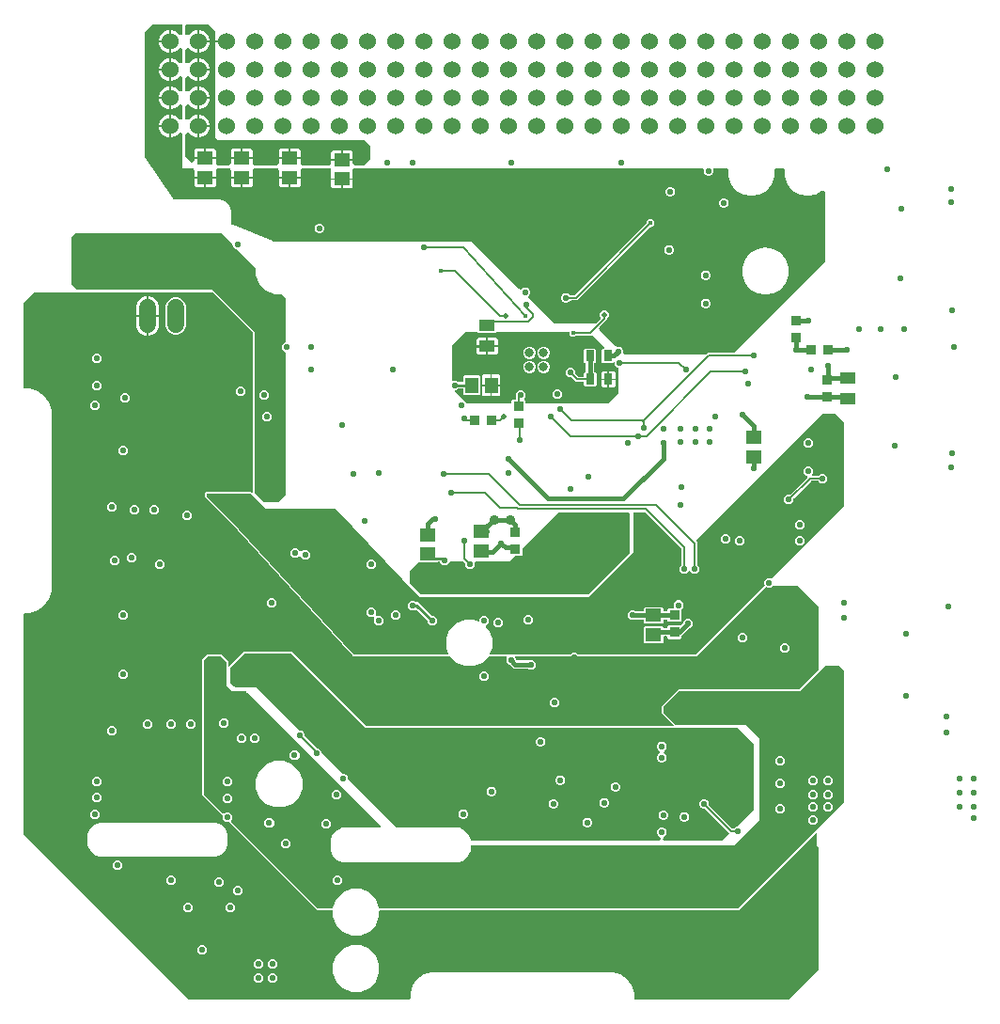
<source format=gbr>
G04 EAGLE Gerber RS-274X export*
G75*
%MOMM*%
%FSLAX34Y34*%
%LPD*%
%INBottom Copper*%
%IPPOS*%
%AMOC8*
5,1,8,0,0,1.08239X$1,22.5*%
G01*
G04 Define Apertures*
%ADD10R,1.465300X1.164600*%
%ADD11R,1.164600X1.465300*%
%ADD12R,0.920900X0.970200*%
%ADD13R,0.970200X0.920900*%
%ADD14C,1.524000*%
%ADD15C,1.524000*%
%ADD16R,0.798700X0.973900*%
%ADD17R,1.420200X1.031200*%
%ADD18C,0.808000*%
%ADD19C,0.550000*%
%ADD20C,0.152400*%
%ADD21C,0.406400*%
%ADD22C,0.254000*%
%ADD23C,0.400000*%
%ADD24C,0.500000*%
%ADD25C,0.900000*%
%ADD26C,0.200000*%
G36*
X-101803Y-449052D02*
X-102000Y-449078D01*
X-299906Y-449078D01*
X-300192Y-449022D01*
X-300445Y-448855D01*
X-448855Y-300445D01*
X-449018Y-300204D01*
X-449078Y-299906D01*
X-449078Y-102000D01*
X-449052Y-101803D01*
X-449010Y-101645D01*
X-448812Y-101303D01*
X-448697Y-101188D01*
X-448355Y-100990D01*
X-448197Y-100948D01*
X-448000Y-100922D01*
X-443370Y-100922D01*
X-436464Y-98678D01*
X-430590Y-94410D01*
X-426322Y-88536D01*
X-424078Y-81630D01*
X-424078Y81630D01*
X-426322Y88536D01*
X-430590Y94410D01*
X-436464Y98678D01*
X-443370Y100922D01*
X-448000Y100922D01*
X-448197Y100948D01*
X-448355Y100990D01*
X-448697Y101188D01*
X-448812Y101303D01*
X-449010Y101645D01*
X-449052Y101803D01*
X-449078Y102000D01*
X-449078Y177986D01*
X-449022Y178272D01*
X-448855Y178525D01*
X-439643Y187737D01*
X-439402Y187900D01*
X-439104Y187960D01*
X-279331Y187960D01*
X-279045Y187904D01*
X-278792Y187737D01*
X-243047Y151992D01*
X-242884Y151750D01*
X-242824Y151453D01*
X-242824Y8043D01*
X-242849Y7848D01*
X-242984Y7576D01*
X-243214Y7378D01*
X-243503Y7286D01*
X-243805Y7313D01*
X-244072Y7456D01*
X-244254Y7607D01*
X-244502Y7744D01*
X-244766Y7830D01*
X-245153Y7874D01*
X-284444Y7874D01*
X-284763Y7844D01*
X-285036Y7765D01*
X-285290Y7637D01*
X-285515Y7464D01*
X-285704Y7252D01*
X-285851Y7009D01*
X-285944Y6756D01*
X-286004Y6300D01*
X-286004Y3846D01*
X-285974Y3527D01*
X-285895Y3254D01*
X-285770Y3007D01*
X-285527Y2702D01*
X-256355Y-26470D01*
X-256332Y-26494D01*
X-152808Y-139434D01*
X-152570Y-139648D01*
X-152328Y-139796D01*
X-152077Y-139891D01*
X-151609Y-139954D01*
X-65446Y-139954D01*
X-65160Y-140010D01*
X-64907Y-140177D01*
X-59551Y-145533D01*
X-51862Y-148718D01*
X-43538Y-148718D01*
X-35849Y-145533D01*
X-30493Y-140177D01*
X-30252Y-140014D01*
X-29954Y-139954D01*
X-14488Y-139954D01*
X-14225Y-140001D01*
X-13967Y-140160D01*
X-13791Y-140408D01*
X-13726Y-140704D01*
X-13782Y-141002D01*
X-13949Y-141255D01*
X-14434Y-141740D01*
X-14434Y-145280D01*
X-11930Y-147784D01*
X-11231Y-147784D01*
X-10945Y-147840D01*
X-10692Y-148007D01*
X-7823Y-150876D01*
X4860Y-150876D01*
X5146Y-150932D01*
X5399Y-151099D01*
X5894Y-151594D01*
X9434Y-151594D01*
X11938Y-149090D01*
X11938Y-145550D01*
X9434Y-143046D01*
X5894Y-143046D01*
X5399Y-143541D01*
X5157Y-143704D01*
X4860Y-143764D01*
X-4561Y-143764D01*
X-4847Y-143708D01*
X-5100Y-143541D01*
X-5663Y-142978D01*
X-5826Y-142737D01*
X-5886Y-142439D01*
X-5886Y-141740D01*
X-6371Y-141255D01*
X-6524Y-141035D01*
X-6594Y-140740D01*
X-6543Y-140441D01*
X-6379Y-140186D01*
X-6129Y-140014D01*
X-5832Y-139954D01*
X156174Y-139954D01*
X156493Y-139924D01*
X156766Y-139845D01*
X157013Y-139720D01*
X157318Y-139477D01*
X219132Y-77664D01*
X219362Y-77506D01*
X219658Y-77441D01*
X219956Y-77496D01*
X220209Y-77664D01*
X220480Y-77934D01*
X224020Y-77934D01*
X225531Y-76423D01*
X225773Y-76260D01*
X226070Y-76200D01*
X247334Y-76200D01*
X247620Y-76256D01*
X247873Y-76423D01*
X266477Y-95027D01*
X266640Y-95268D01*
X266700Y-95566D01*
X266700Y-152469D01*
X266644Y-152755D01*
X266477Y-153008D01*
X249782Y-169703D01*
X249540Y-169866D01*
X249243Y-169926D01*
X141006Y-169926D01*
X140687Y-169956D01*
X140414Y-170035D01*
X140167Y-170160D01*
X139862Y-170403D01*
X125948Y-184317D01*
X125743Y-184564D01*
X125606Y-184812D01*
X125520Y-185076D01*
X125476Y-185463D01*
X125476Y-190464D01*
X125506Y-190783D01*
X125585Y-191056D01*
X125710Y-191303D01*
X125953Y-191608D01*
X135990Y-201645D01*
X136143Y-201865D01*
X136213Y-202160D01*
X136162Y-202459D01*
X135998Y-202714D01*
X135748Y-202886D01*
X135451Y-202946D01*
X-140023Y-202946D01*
X-140309Y-202890D01*
X-140562Y-202723D01*
X-207177Y-136108D01*
X-207424Y-135903D01*
X-207672Y-135766D01*
X-207936Y-135680D01*
X-208323Y-135636D01*
X-250154Y-135636D01*
X-250473Y-135666D01*
X-250746Y-135745D01*
X-250993Y-135870D01*
X-251298Y-136113D01*
X-263875Y-148690D01*
X-264095Y-148843D01*
X-264390Y-148913D01*
X-264689Y-148862D01*
X-264944Y-148698D01*
X-265116Y-148448D01*
X-265176Y-148151D01*
X-265176Y-144816D01*
X-265206Y-144497D01*
X-265285Y-144224D01*
X-265410Y-143977D01*
X-265653Y-143672D01*
X-270677Y-138648D01*
X-270924Y-138443D01*
X-271172Y-138306D01*
X-271436Y-138220D01*
X-271823Y-138176D01*
X-283174Y-138176D01*
X-283493Y-138206D01*
X-283766Y-138285D01*
X-284013Y-138410D01*
X-284318Y-138653D01*
X-288072Y-142407D01*
X-288277Y-142654D01*
X-288414Y-142902D01*
X-288500Y-143166D01*
X-288544Y-143553D01*
X-288544Y-264124D01*
X-288514Y-264443D01*
X-288435Y-264716D01*
X-288310Y-264963D01*
X-288067Y-265268D01*
X-269927Y-283408D01*
X-269764Y-283650D01*
X-269704Y-283947D01*
X-269704Y-286250D01*
X-267200Y-288754D01*
X-264897Y-288754D01*
X-264611Y-288810D01*
X-264358Y-288977D01*
X-185253Y-368082D01*
X-185006Y-368287D01*
X-184758Y-368424D01*
X-184494Y-368510D01*
X-184107Y-368554D01*
X-171658Y-368554D01*
X-171384Y-368605D01*
X-171128Y-368769D01*
X-170957Y-369019D01*
X-170896Y-369316D01*
X-170896Y-374292D01*
X-167711Y-381981D01*
X-161826Y-387867D01*
X-154136Y-391052D01*
X-145813Y-391052D01*
X-138123Y-387867D01*
X-132237Y-381981D01*
X-129052Y-374292D01*
X-129052Y-369316D01*
X-129001Y-369041D01*
X-128838Y-368786D01*
X-128587Y-368614D01*
X-128290Y-368554D01*
X194274Y-368554D01*
X194593Y-368524D01*
X194866Y-368445D01*
X195113Y-368320D01*
X195418Y-368077D01*
X264277Y-299218D01*
X264497Y-299065D01*
X264792Y-298995D01*
X265091Y-299046D01*
X265346Y-299210D01*
X265518Y-299460D01*
X265578Y-299757D01*
X265578Y-309977D01*
X266642Y-312545D01*
X266700Y-312837D01*
X266700Y-422594D01*
X266644Y-422880D01*
X266477Y-423133D01*
X240755Y-448855D01*
X240514Y-449018D01*
X240216Y-449078D01*
X102000Y-449078D01*
X101803Y-449052D01*
X101645Y-449010D01*
X101303Y-448812D01*
X101188Y-448697D01*
X100990Y-448355D01*
X100948Y-448197D01*
X100922Y-448000D01*
X100922Y-443370D01*
X98678Y-436464D01*
X94410Y-430590D01*
X88536Y-426322D01*
X81630Y-424078D01*
X-81630Y-424078D01*
X-88536Y-426322D01*
X-94410Y-430590D01*
X-98678Y-436464D01*
X-100922Y-443370D01*
X-100922Y-448000D01*
X-100948Y-448197D01*
X-100990Y-448355D01*
X-101188Y-448697D01*
X-101303Y-448812D01*
X-101645Y-449010D01*
X-101803Y-449052D01*
G37*
%LPC*%
G36*
X-347980Y167132D02*
X-338582Y167132D01*
X-338582Y184150D01*
X-339841Y184150D01*
X-343575Y182603D01*
X-346433Y179745D01*
X-347980Y176011D01*
X-347980Y167132D01*
G37*
G36*
X-337058Y167132D02*
X-327660Y167132D01*
X-327660Y176011D01*
X-329207Y179745D01*
X-332065Y182603D01*
X-335799Y184150D01*
X-337058Y184150D01*
X-337058Y167132D01*
G37*
G36*
X-314239Y149606D02*
X-310601Y149606D01*
X-307240Y150998D01*
X-304668Y153570D01*
X-303276Y156931D01*
X-303276Y175809D01*
X-304668Y179170D01*
X-307240Y181742D01*
X-310601Y183134D01*
X-314239Y183134D01*
X-317600Y181742D01*
X-320172Y179170D01*
X-321564Y175809D01*
X-321564Y156931D01*
X-320172Y153570D01*
X-317600Y150998D01*
X-314239Y149606D01*
G37*
G36*
X-339841Y148590D02*
X-338582Y148590D01*
X-338582Y165608D01*
X-347980Y165608D01*
X-347980Y156729D01*
X-346433Y152995D01*
X-343575Y150137D01*
X-339841Y148590D01*
G37*
G36*
X-337058Y148590D02*
X-335799Y148590D01*
X-332065Y150137D01*
X-329207Y152995D01*
X-327660Y156729D01*
X-327660Y165608D01*
X-337058Y165608D01*
X-337058Y148590D01*
G37*
G36*
X-385310Y123996D02*
X-381770Y123996D01*
X-379266Y126500D01*
X-379266Y130040D01*
X-381770Y132544D01*
X-385310Y132544D01*
X-387814Y130040D01*
X-387814Y126500D01*
X-385310Y123996D01*
G37*
G36*
X-385310Y99866D02*
X-381770Y99866D01*
X-379266Y102370D01*
X-379266Y105910D01*
X-381770Y108414D01*
X-385310Y108414D01*
X-387814Y105910D01*
X-387814Y102370D01*
X-385310Y99866D01*
G37*
G36*
X-255770Y94786D02*
X-252230Y94786D01*
X-249726Y97290D01*
X-249726Y100830D01*
X-252230Y103334D01*
X-255770Y103334D01*
X-258274Y100830D01*
X-258274Y97290D01*
X-255770Y94786D01*
G37*
G36*
X-359910Y88436D02*
X-356370Y88436D01*
X-353866Y90940D01*
X-353866Y94480D01*
X-356370Y96984D01*
X-359910Y96984D01*
X-362414Y94480D01*
X-362414Y90940D01*
X-359910Y88436D01*
G37*
G36*
X-386580Y82086D02*
X-383040Y82086D01*
X-380536Y84590D01*
X-380536Y88130D01*
X-383040Y90634D01*
X-386580Y90634D01*
X-389084Y88130D01*
X-389084Y84590D01*
X-386580Y82086D01*
G37*
G36*
X-361180Y41446D02*
X-357640Y41446D01*
X-355136Y43950D01*
X-355136Y47490D01*
X-357640Y49994D01*
X-361180Y49994D01*
X-363684Y47490D01*
X-363684Y43950D01*
X-361180Y41446D01*
G37*
G36*
X-371340Y-9354D02*
X-367800Y-9354D01*
X-365296Y-6850D01*
X-365296Y-3310D01*
X-367800Y-806D01*
X-371340Y-806D01*
X-373844Y-3310D01*
X-373844Y-6850D01*
X-371340Y-9354D01*
G37*
G36*
X-333240Y-11894D02*
X-329700Y-11894D01*
X-327196Y-9390D01*
X-327196Y-5850D01*
X-329700Y-3346D01*
X-333240Y-3346D01*
X-335744Y-5850D01*
X-335744Y-9390D01*
X-333240Y-11894D01*
G37*
G36*
X-351020Y-11894D02*
X-347480Y-11894D01*
X-344976Y-9390D01*
X-344976Y-5850D01*
X-347480Y-3346D01*
X-351020Y-3346D01*
X-353524Y-5850D01*
X-353524Y-9390D01*
X-351020Y-11894D01*
G37*
G36*
X-304030Y-16974D02*
X-300490Y-16974D01*
X-297986Y-14470D01*
X-297986Y-10930D01*
X-300490Y-8426D01*
X-304030Y-8426D01*
X-306534Y-10930D01*
X-306534Y-14470D01*
X-304030Y-16974D01*
G37*
G36*
X-353560Y-55074D02*
X-350020Y-55074D01*
X-347516Y-52570D01*
X-347516Y-49030D01*
X-350020Y-46526D01*
X-353560Y-46526D01*
X-356064Y-49030D01*
X-356064Y-52570D01*
X-353560Y-55074D01*
G37*
G36*
X-368800Y-57614D02*
X-365260Y-57614D01*
X-362756Y-55110D01*
X-362756Y-51570D01*
X-365260Y-49066D01*
X-368800Y-49066D01*
X-371304Y-51570D01*
X-371304Y-55110D01*
X-368800Y-57614D01*
G37*
G36*
X-328160Y-61424D02*
X-324620Y-61424D01*
X-322116Y-58920D01*
X-322116Y-55380D01*
X-324620Y-52876D01*
X-328160Y-52876D01*
X-330664Y-55380D01*
X-330664Y-58920D01*
X-328160Y-61424D01*
G37*
G36*
X-227830Y-95714D02*
X-224290Y-95714D01*
X-221786Y-93210D01*
X-221786Y-89670D01*
X-224290Y-87166D01*
X-227830Y-87166D01*
X-230334Y-89670D01*
X-230334Y-93210D01*
X-227830Y-95714D01*
G37*
G36*
X-361180Y-107144D02*
X-357640Y-107144D01*
X-355136Y-104640D01*
X-355136Y-101100D01*
X-357640Y-98596D01*
X-361180Y-98596D01*
X-363684Y-101100D01*
X-363684Y-104640D01*
X-361180Y-107144D01*
G37*
G36*
X196350Y-127464D02*
X199890Y-127464D01*
X202394Y-124960D01*
X202394Y-121420D01*
X199890Y-118916D01*
X196350Y-118916D01*
X193846Y-121420D01*
X193846Y-124960D01*
X196350Y-127464D01*
G37*
G36*
X234450Y-136354D02*
X237990Y-136354D01*
X240494Y-133850D01*
X240494Y-130310D01*
X237990Y-127806D01*
X234450Y-127806D01*
X231946Y-130310D01*
X231946Y-133850D01*
X234450Y-136354D01*
G37*
G36*
X-361180Y-160484D02*
X-357640Y-160484D01*
X-355136Y-157980D01*
X-355136Y-154440D01*
X-357640Y-151936D01*
X-361180Y-151936D01*
X-363684Y-154440D01*
X-363684Y-157980D01*
X-361180Y-160484D01*
G37*
G36*
X-36060Y-161754D02*
X-32520Y-161754D01*
X-30016Y-159250D01*
X-30016Y-155710D01*
X-32520Y-153206D01*
X-36060Y-153206D01*
X-38564Y-155710D01*
X-38564Y-159250D01*
X-36060Y-161754D01*
G37*
G36*
X27440Y-185884D02*
X30980Y-185884D01*
X33484Y-183380D01*
X33484Y-179840D01*
X30980Y-177336D01*
X27440Y-177336D01*
X24936Y-179840D01*
X24936Y-183380D01*
X27440Y-185884D01*
G37*
G36*
X-300220Y-204934D02*
X-296680Y-204934D01*
X-294176Y-202430D01*
X-294176Y-198890D01*
X-296680Y-196386D01*
X-300220Y-196386D01*
X-302724Y-198890D01*
X-302724Y-202430D01*
X-300220Y-204934D01*
G37*
G36*
X-318000Y-204934D02*
X-314460Y-204934D01*
X-311956Y-202430D01*
X-311956Y-198890D01*
X-314460Y-196386D01*
X-318000Y-196386D01*
X-320504Y-198890D01*
X-320504Y-202430D01*
X-318000Y-204934D01*
G37*
G36*
X-339590Y-204934D02*
X-336050Y-204934D01*
X-333546Y-202430D01*
X-333546Y-198890D01*
X-336050Y-196386D01*
X-339590Y-196386D01*
X-342094Y-198890D01*
X-342094Y-202430D01*
X-339590Y-204934D01*
G37*
G36*
X-371340Y-211284D02*
X-367800Y-211284D01*
X-365296Y-208780D01*
X-365296Y-205240D01*
X-367800Y-202736D01*
X-371340Y-202736D01*
X-373844Y-205240D01*
X-373844Y-208780D01*
X-371340Y-211284D01*
G37*
G36*
X-385310Y-257004D02*
X-381770Y-257004D01*
X-379266Y-254500D01*
X-379266Y-250960D01*
X-381770Y-248456D01*
X-385310Y-248456D01*
X-387814Y-250960D01*
X-387814Y-254500D01*
X-385310Y-257004D01*
G37*
G36*
X-385310Y-270974D02*
X-381770Y-270974D01*
X-379266Y-268470D01*
X-379266Y-264930D01*
X-381770Y-262426D01*
X-385310Y-262426D01*
X-387814Y-264930D01*
X-387814Y-268470D01*
X-385310Y-270974D01*
G37*
G36*
X-386580Y-286214D02*
X-383040Y-286214D01*
X-380536Y-283710D01*
X-380536Y-280170D01*
X-383040Y-277666D01*
X-386580Y-277666D01*
X-389084Y-280170D01*
X-389084Y-283710D01*
X-386580Y-286214D01*
G37*
G36*
X-381070Y-320328D02*
X-275930Y-320328D01*
X-271180Y-318361D01*
X-267545Y-314726D01*
X-265578Y-309977D01*
X-265578Y-299836D01*
X-267545Y-295087D01*
X-271180Y-291452D01*
X-275930Y-289484D01*
X-381070Y-289484D01*
X-385820Y-291452D01*
X-389455Y-295087D01*
X-391422Y-299836D01*
X-391422Y-309977D01*
X-389455Y-314726D01*
X-385820Y-318361D01*
X-381070Y-320328D01*
G37*
G36*
X-366260Y-331934D02*
X-362720Y-331934D01*
X-360216Y-329430D01*
X-360216Y-325890D01*
X-362720Y-323386D01*
X-366260Y-323386D01*
X-368764Y-325890D01*
X-368764Y-329430D01*
X-366260Y-331934D01*
G37*
G36*
X-318000Y-345904D02*
X-314460Y-345904D01*
X-311956Y-343400D01*
X-311956Y-339860D01*
X-314460Y-337356D01*
X-318000Y-337356D01*
X-320504Y-339860D01*
X-320504Y-343400D01*
X-318000Y-345904D01*
G37*
G36*
X-274820Y-347174D02*
X-271280Y-347174D01*
X-268776Y-344670D01*
X-268776Y-341130D01*
X-271280Y-338626D01*
X-274820Y-338626D01*
X-277324Y-341130D01*
X-277324Y-344670D01*
X-274820Y-347174D01*
G37*
G36*
X-258310Y-354794D02*
X-254770Y-354794D01*
X-252266Y-352290D01*
X-252266Y-348750D01*
X-254770Y-346246D01*
X-258310Y-346246D01*
X-260814Y-348750D01*
X-260814Y-352290D01*
X-258310Y-354794D01*
G37*
G36*
X-264660Y-370034D02*
X-261120Y-370034D01*
X-258616Y-367530D01*
X-258616Y-363990D01*
X-261120Y-361486D01*
X-264660Y-361486D01*
X-267164Y-363990D01*
X-267164Y-367530D01*
X-264660Y-370034D01*
G37*
G36*
X-302760Y-370034D02*
X-299220Y-370034D01*
X-296716Y-367530D01*
X-296716Y-363990D01*
X-299220Y-361486D01*
X-302760Y-361486D01*
X-305264Y-363990D01*
X-305264Y-367530D01*
X-302760Y-370034D01*
G37*
G36*
X-290060Y-408134D02*
X-286520Y-408134D01*
X-284016Y-405630D01*
X-284016Y-402090D01*
X-286520Y-399586D01*
X-290060Y-399586D01*
X-292564Y-402090D01*
X-292564Y-405630D01*
X-290060Y-408134D01*
G37*
G36*
X-154136Y-441852D02*
X-145813Y-441852D01*
X-138123Y-438667D01*
X-132237Y-432781D01*
X-129052Y-425092D01*
X-129052Y-416768D01*
X-132237Y-409079D01*
X-138123Y-403193D01*
X-145813Y-400008D01*
X-154136Y-400008D01*
X-161826Y-403193D01*
X-167711Y-409079D01*
X-170896Y-416768D01*
X-170896Y-425092D01*
X-167711Y-432781D01*
X-161826Y-438667D01*
X-154136Y-441852D01*
G37*
G36*
X-226560Y-420834D02*
X-223020Y-420834D01*
X-220516Y-418330D01*
X-220516Y-414790D01*
X-223020Y-412286D01*
X-226560Y-412286D01*
X-229064Y-414790D01*
X-229064Y-418330D01*
X-226560Y-420834D01*
G37*
G36*
X-239260Y-420834D02*
X-235720Y-420834D01*
X-233216Y-418330D01*
X-233216Y-414790D01*
X-235720Y-412286D01*
X-239260Y-412286D01*
X-241764Y-414790D01*
X-241764Y-418330D01*
X-239260Y-420834D01*
G37*
G36*
X-226560Y-433534D02*
X-223020Y-433534D01*
X-220516Y-431030D01*
X-220516Y-427490D01*
X-223020Y-424986D01*
X-226560Y-424986D01*
X-229064Y-427490D01*
X-229064Y-431030D01*
X-226560Y-433534D01*
G37*
G36*
X-239260Y-433534D02*
X-235720Y-433534D01*
X-233216Y-431030D01*
X-233216Y-427490D01*
X-235720Y-424986D01*
X-239260Y-424986D01*
X-241764Y-427490D01*
X-241764Y-431030D01*
X-239260Y-433534D01*
G37*
%LPD*%
G36*
X165216Y131829D02*
X164423Y131668D01*
X92694Y131668D01*
X91931Y131816D01*
X91257Y132263D01*
X91229Y132291D01*
X90795Y132935D01*
X90634Y133728D01*
X90634Y135470D01*
X89983Y137041D01*
X88781Y138243D01*
X87210Y138894D01*
X85468Y138894D01*
X84705Y139043D01*
X84031Y139489D01*
X69728Y153792D01*
X69307Y154406D01*
X69133Y155196D01*
X69282Y155991D01*
X69728Y156665D01*
X75946Y162883D01*
X75946Y163394D01*
X76095Y164156D01*
X76541Y164830D01*
X77684Y165973D01*
X77684Y169307D01*
X75327Y171664D01*
X71993Y171664D01*
X69636Y169307D01*
X69636Y165973D01*
X69666Y165943D01*
X70088Y165328D01*
X70261Y164538D01*
X70113Y163743D01*
X69666Y163069D01*
X66495Y159898D01*
X65881Y159477D01*
X65091Y159303D01*
X64296Y159452D01*
X63622Y159898D01*
X63568Y159952D01*
X63498Y160010D01*
X63497Y160010D01*
X63399Y160020D01*
X28782Y160020D01*
X28019Y160169D01*
X27345Y160615D01*
X5729Y182231D01*
X5308Y182846D01*
X5134Y183635D01*
X5282Y184430D01*
X5729Y185105D01*
X6163Y185539D01*
X6814Y187110D01*
X6814Y188810D01*
X6163Y190381D01*
X4961Y191583D01*
X3390Y192234D01*
X1690Y192234D01*
X119Y191583D01*
X-315Y191149D01*
X-930Y190728D01*
X-1720Y190554D01*
X-2515Y190702D01*
X-3189Y191149D01*
X-45652Y233612D01*
X-45722Y233670D01*
X-45723Y233670D01*
X-45821Y233680D01*
X-224641Y233680D01*
X-225419Y233835D01*
X-260878Y248523D01*
X-261503Y248929D01*
X-261965Y249592D01*
X-262133Y250384D01*
X-262078Y250664D01*
X-262078Y261077D01*
X-264045Y265826D01*
X-267680Y269461D01*
X-272430Y271428D01*
X-313189Y271428D01*
X-314304Y271762D01*
X-314878Y272331D01*
X-340018Y309955D01*
X-340360Y311084D01*
X-340360Y420798D01*
X-340211Y421561D01*
X-339765Y422235D01*
X-333335Y428665D01*
X-332691Y429099D01*
X-331898Y429260D01*
X-308102Y429260D01*
X-307370Y429123D01*
X-306688Y428688D01*
X-306231Y428021D01*
X-306070Y427228D01*
X-306070Y421344D01*
X-306195Y420642D01*
X-306620Y419954D01*
X-307280Y419486D01*
X-308070Y419312D01*
X-308865Y419461D01*
X-309539Y419907D01*
X-311745Y422113D01*
X-315479Y423660D01*
X-316738Y423660D01*
X-316738Y403340D01*
X-315479Y403340D01*
X-311745Y404887D01*
X-309539Y407093D01*
X-308954Y407501D01*
X-308167Y407687D01*
X-307370Y407551D01*
X-306688Y407115D01*
X-306231Y406448D01*
X-306070Y405656D01*
X-306070Y395944D01*
X-306195Y395242D01*
X-306620Y394554D01*
X-307280Y394086D01*
X-308070Y393912D01*
X-308865Y394061D01*
X-309539Y394507D01*
X-311745Y396713D01*
X-315479Y398260D01*
X-316738Y398260D01*
X-316738Y377940D01*
X-315479Y377940D01*
X-311745Y379487D01*
X-309539Y381693D01*
X-308954Y382101D01*
X-308167Y382287D01*
X-307370Y382151D01*
X-306688Y381715D01*
X-306231Y381048D01*
X-306070Y380256D01*
X-306070Y370544D01*
X-306195Y369842D01*
X-306620Y369154D01*
X-307280Y368686D01*
X-308070Y368512D01*
X-308865Y368661D01*
X-309539Y369107D01*
X-311745Y371313D01*
X-315479Y372860D01*
X-316738Y372860D01*
X-316738Y352540D01*
X-315479Y352540D01*
X-311745Y354087D01*
X-309539Y356293D01*
X-308954Y356701D01*
X-308167Y356887D01*
X-307370Y356751D01*
X-306688Y356315D01*
X-306231Y355648D01*
X-306070Y354856D01*
X-306070Y345144D01*
X-306195Y344442D01*
X-306620Y343754D01*
X-307280Y343286D01*
X-308070Y343112D01*
X-308865Y343261D01*
X-309539Y343707D01*
X-311745Y345913D01*
X-315479Y347460D01*
X-316738Y347460D01*
X-316738Y327140D01*
X-315479Y327140D01*
X-311745Y328687D01*
X-309539Y330893D01*
X-308954Y331301D01*
X-308167Y331487D01*
X-307370Y331351D01*
X-306688Y330915D01*
X-306231Y330248D01*
X-306070Y329456D01*
X-306070Y299812D01*
X-306063Y299730D01*
X-306062Y299729D01*
X-305969Y299720D01*
X-297649Y299720D01*
X-296916Y299583D01*
X-296235Y299148D01*
X-295777Y298481D01*
X-295617Y297688D01*
X-295617Y291728D01*
X-275884Y291728D01*
X-275884Y297688D01*
X-275747Y298421D01*
X-275311Y299102D01*
X-274644Y299559D01*
X-273852Y299720D01*
X-264629Y299720D01*
X-263896Y299583D01*
X-263215Y299148D01*
X-262757Y298481D01*
X-262597Y297688D01*
X-262597Y291728D01*
X-242864Y291728D01*
X-242864Y297688D01*
X-242727Y298421D01*
X-242291Y299102D01*
X-241624Y299559D01*
X-240832Y299720D01*
X-221449Y299720D01*
X-220716Y299583D01*
X-220035Y299148D01*
X-219577Y298481D01*
X-219417Y297688D01*
X-219417Y291728D01*
X-199684Y291728D01*
X-199684Y297688D01*
X-199547Y298421D01*
X-199111Y299102D01*
X-198444Y299559D01*
X-197652Y299720D01*
X-174183Y299720D01*
X-173481Y299595D01*
X-172793Y299170D01*
X-172325Y298510D01*
X-172152Y297720D01*
X-172300Y296925D01*
X-172427Y296734D01*
X-172427Y290458D01*
X-152694Y290458D01*
X-152694Y296710D01*
X-152782Y296836D01*
X-152968Y297623D01*
X-152832Y298421D01*
X-152396Y299102D01*
X-151729Y299559D01*
X-150937Y299720D01*
X161334Y299720D01*
X162067Y299583D01*
X162748Y299148D01*
X163205Y298481D01*
X163366Y297688D01*
X163366Y296330D01*
X164017Y294759D01*
X165219Y293557D01*
X166790Y292906D01*
X168490Y292906D01*
X170061Y293557D01*
X171263Y294759D01*
X171914Y296330D01*
X171914Y297688D01*
X172051Y298421D01*
X172486Y299102D01*
X173153Y299559D01*
X173946Y299720D01*
X183346Y299720D01*
X184079Y299583D01*
X184760Y299148D01*
X185217Y298481D01*
X185378Y297688D01*
X185378Y292107D01*
X187902Y285173D01*
X192644Y279521D01*
X199034Y275832D01*
X206300Y274551D01*
X213566Y275832D01*
X219956Y279521D01*
X224698Y285173D01*
X227222Y292107D01*
X227222Y297688D01*
X227359Y298421D01*
X227794Y299102D01*
X228461Y299559D01*
X229254Y299720D01*
X234146Y299720D01*
X234879Y299583D01*
X235560Y299148D01*
X236017Y298481D01*
X236178Y297688D01*
X236178Y292107D01*
X238702Y285173D01*
X243444Y279521D01*
X249834Y275832D01*
X257100Y274551D01*
X264366Y275832D01*
X269832Y278988D01*
X270783Y279259D01*
X271581Y279124D01*
X272262Y278688D01*
X272719Y278021D01*
X272880Y277228D01*
X272880Y216572D01*
X272731Y215809D01*
X272285Y215135D01*
X190841Y133691D01*
X190197Y133257D01*
X189404Y133096D01*
X166693Y133096D01*
X165860Y132263D01*
X165216Y131829D01*
G37*
%LPC*%
G36*
X-327660Y414262D02*
X-318262Y414262D01*
X-318262Y423660D01*
X-319521Y423660D01*
X-323255Y422113D01*
X-326113Y419255D01*
X-327660Y415521D01*
X-327660Y414262D01*
G37*
G36*
X-319521Y403340D02*
X-318262Y403340D01*
X-318262Y412738D01*
X-327660Y412738D01*
X-327660Y411479D01*
X-326113Y407745D01*
X-323255Y404887D01*
X-319521Y403340D01*
G37*
G36*
X-327660Y388862D02*
X-318262Y388862D01*
X-318262Y398260D01*
X-319521Y398260D01*
X-323255Y396713D01*
X-326113Y393855D01*
X-327660Y390121D01*
X-327660Y388862D01*
G37*
G36*
X-319521Y377940D02*
X-318262Y377940D01*
X-318262Y387338D01*
X-327660Y387338D01*
X-327660Y386079D01*
X-326113Y382345D01*
X-323255Y379487D01*
X-319521Y377940D01*
G37*
G36*
X-327660Y363462D02*
X-318262Y363462D01*
X-318262Y372860D01*
X-319521Y372860D01*
X-323255Y371313D01*
X-326113Y368455D01*
X-327660Y364721D01*
X-327660Y363462D01*
G37*
G36*
X-319521Y352540D02*
X-318262Y352540D01*
X-318262Y361938D01*
X-327660Y361938D01*
X-327660Y360679D01*
X-326113Y356945D01*
X-323255Y354087D01*
X-319521Y352540D01*
G37*
G36*
X-327660Y338062D02*
X-318262Y338062D01*
X-318262Y347460D01*
X-319521Y347460D01*
X-323255Y345913D01*
X-326113Y343055D01*
X-327660Y339321D01*
X-327660Y338062D01*
G37*
G36*
X-319521Y327140D02*
X-318262Y327140D01*
X-318262Y336538D01*
X-327660Y336538D01*
X-327660Y335279D01*
X-326113Y331545D01*
X-323255Y328687D01*
X-319521Y327140D01*
G37*
G36*
X-208788Y282603D02*
X-201171Y282603D01*
X-199684Y284091D01*
X-199684Y290204D01*
X-208788Y290204D01*
X-208788Y282603D01*
G37*
G36*
X-217929Y282603D02*
X-210312Y282603D01*
X-210312Y290204D01*
X-219417Y290204D01*
X-219417Y284091D01*
X-217929Y282603D01*
G37*
G36*
X-251968Y282603D02*
X-244351Y282603D01*
X-242864Y284091D01*
X-242864Y290204D01*
X-251968Y290204D01*
X-251968Y282603D01*
G37*
G36*
X-261109Y282603D02*
X-253492Y282603D01*
X-253492Y290204D01*
X-262597Y290204D01*
X-262597Y284091D01*
X-261109Y282603D01*
G37*
G36*
X-284988Y282603D02*
X-277371Y282603D01*
X-275884Y284091D01*
X-275884Y290204D01*
X-284988Y290204D01*
X-284988Y282603D01*
G37*
G36*
X-294129Y282603D02*
X-286512Y282603D01*
X-286512Y290204D01*
X-295617Y290204D01*
X-295617Y284091D01*
X-294129Y282603D01*
G37*
G36*
X-161798Y281333D02*
X-154181Y281333D01*
X-152694Y282821D01*
X-152694Y288934D01*
X-161798Y288934D01*
X-161798Y281333D01*
G37*
G36*
X-170939Y281333D02*
X-163322Y281333D01*
X-163322Y288934D01*
X-172427Y288934D01*
X-172427Y282821D01*
X-170939Y281333D01*
G37*
G36*
X132500Y273856D02*
X134200Y273856D01*
X135771Y274507D01*
X136973Y275709D01*
X137624Y277280D01*
X137624Y278980D01*
X136973Y280551D01*
X135771Y281753D01*
X134200Y282404D01*
X132500Y282404D01*
X130929Y281753D01*
X129727Y280551D01*
X129076Y278980D01*
X129076Y277280D01*
X129727Y275709D01*
X130929Y274507D01*
X132500Y273856D01*
G37*
G36*
X180760Y263696D02*
X182460Y263696D01*
X184031Y264347D01*
X185233Y265549D01*
X185884Y267120D01*
X185884Y268820D01*
X185233Y270391D01*
X184031Y271593D01*
X182460Y272244D01*
X180760Y272244D01*
X179189Y271593D01*
X177987Y270391D01*
X177336Y268820D01*
X177336Y267120D01*
X177987Y265549D01*
X179189Y264347D01*
X180760Y263696D01*
G37*
G36*
X38520Y178606D02*
X40220Y178606D01*
X41791Y179257D01*
X42533Y179999D01*
X43177Y180433D01*
X43970Y180594D01*
X49207Y180594D01*
X114684Y246071D01*
X115328Y246505D01*
X116121Y246666D01*
X117030Y246666D01*
X119094Y248730D01*
X119094Y251650D01*
X117030Y253714D01*
X114110Y253714D01*
X112046Y251650D01*
X112046Y250741D01*
X111897Y249978D01*
X111451Y249304D01*
X47908Y185761D01*
X47264Y185327D01*
X46471Y185166D01*
X43970Y185166D01*
X43207Y185315D01*
X42533Y185761D01*
X41791Y186503D01*
X40220Y187154D01*
X38520Y187154D01*
X36949Y186503D01*
X35747Y185301D01*
X35096Y183730D01*
X35096Y182030D01*
X35747Y180459D01*
X36949Y179257D01*
X38520Y178606D01*
G37*
G36*
X-183730Y240836D02*
X-182030Y240836D01*
X-180459Y241487D01*
X-179257Y242689D01*
X-178606Y244260D01*
X-178606Y245960D01*
X-179257Y247531D01*
X-180459Y248733D01*
X-182030Y249384D01*
X-183730Y249384D01*
X-185301Y248733D01*
X-186503Y247531D01*
X-187154Y245960D01*
X-187154Y244260D01*
X-186503Y242689D01*
X-185301Y241487D01*
X-183730Y240836D01*
G37*
G36*
X131230Y221786D02*
X132930Y221786D01*
X134501Y222437D01*
X135703Y223639D01*
X136354Y225210D01*
X136354Y226910D01*
X135703Y228481D01*
X134501Y229683D01*
X132930Y230334D01*
X131230Y230334D01*
X129659Y229683D01*
X128457Y228481D01*
X127806Y226910D01*
X127806Y225210D01*
X128457Y223639D01*
X129659Y222437D01*
X131230Y221786D01*
G37*
G36*
X211734Y186932D02*
X219000Y185651D01*
X226266Y186932D01*
X232656Y190621D01*
X237398Y196273D01*
X239922Y203207D01*
X239922Y210585D01*
X237398Y217518D01*
X232656Y223170D01*
X226266Y226859D01*
X219000Y228141D01*
X211734Y226859D01*
X205344Y223170D01*
X200602Y217518D01*
X198078Y210585D01*
X198078Y203207D01*
X200602Y196273D01*
X205344Y190621D01*
X211734Y186932D01*
G37*
G36*
X164250Y198926D02*
X165950Y198926D01*
X167521Y199577D01*
X168723Y200779D01*
X169374Y202350D01*
X169374Y204050D01*
X168723Y205621D01*
X167521Y206823D01*
X165950Y207474D01*
X164250Y207474D01*
X162679Y206823D01*
X161477Y205621D01*
X160826Y204050D01*
X160826Y202350D01*
X161477Y200779D01*
X162679Y199577D01*
X164250Y198926D01*
G37*
G36*
X164250Y173526D02*
X165950Y173526D01*
X167521Y174177D01*
X168723Y175379D01*
X169374Y176950D01*
X169374Y178650D01*
X168723Y180221D01*
X167521Y181423D01*
X165950Y182074D01*
X164250Y182074D01*
X162679Y181423D01*
X161477Y180221D01*
X160826Y178650D01*
X160826Y176950D01*
X161477Y175379D01*
X162679Y174177D01*
X164250Y173526D01*
G37*
%LPD*%
G36*
X-171671Y-366929D02*
X-172166Y-367030D01*
X-183624Y-367030D01*
X-184101Y-366937D01*
X-184522Y-366658D01*
X-262145Y-289035D01*
X-262408Y-288651D01*
X-262517Y-288157D01*
X-262424Y-287661D01*
X-262145Y-287239D01*
X-261156Y-286250D01*
X-261156Y-282710D01*
X-263660Y-280206D01*
X-267200Y-280206D01*
X-268189Y-281195D01*
X-268573Y-281458D01*
X-269067Y-281567D01*
X-269564Y-281474D01*
X-269985Y-281195D01*
X-286648Y-264532D01*
X-286919Y-264129D01*
X-287020Y-263634D01*
X-287020Y-144036D01*
X-286927Y-143559D01*
X-286648Y-143138D01*
X-283582Y-140072D01*
X-283179Y-139801D01*
X-282684Y-139700D01*
X-272306Y-139700D01*
X-271829Y-139793D01*
X-271408Y-140072D01*
X-267072Y-144408D01*
X-266801Y-144811D01*
X-266700Y-145306D01*
X-266700Y-166280D01*
X-266687Y-166370D01*
X-266643Y-166427D01*
X-261684Y-171386D01*
X-261611Y-171441D01*
X-261540Y-171450D01*
X-249446Y-171450D01*
X-248969Y-171543D01*
X-248548Y-171822D01*
X-128054Y-292316D01*
X-127799Y-292682D01*
X-127682Y-293174D01*
X-127767Y-293672D01*
X-128040Y-294098D01*
X-128456Y-294384D01*
X-128952Y-294484D01*
X-162070Y-294484D01*
X-166820Y-296452D01*
X-170455Y-300087D01*
X-172422Y-304836D01*
X-172422Y-314977D01*
X-170455Y-319726D01*
X-166820Y-323361D01*
X-162070Y-325328D01*
X-56930Y-325328D01*
X-52180Y-323361D01*
X-48545Y-319726D01*
X-46578Y-314977D01*
X-46578Y-311150D01*
X-46493Y-310692D01*
X-46220Y-310266D01*
X-45803Y-309981D01*
X-45308Y-309880D01*
X190962Y-309880D01*
X191049Y-309868D01*
X191107Y-309824D01*
X213294Y-287963D01*
X213351Y-287887D01*
X213360Y-287818D01*
X213360Y-213450D01*
X213347Y-213360D01*
X213303Y-213303D01*
X201994Y-201994D01*
X201921Y-201939D01*
X201850Y-201930D01*
X138956Y-201930D01*
X138479Y-201837D01*
X138058Y-201558D01*
X127372Y-190872D01*
X127101Y-190469D01*
X127000Y-189974D01*
X127000Y-185946D01*
X127093Y-185469D01*
X127372Y-185048D01*
X140598Y-171822D01*
X141001Y-171551D01*
X141496Y-171450D01*
X250100Y-171450D01*
X250190Y-171437D01*
X250247Y-171393D01*
X272678Y-148962D01*
X273081Y-148691D01*
X273576Y-148590D01*
X285224Y-148590D01*
X285701Y-148683D01*
X286122Y-148962D01*
X289188Y-152028D01*
X289459Y-152431D01*
X289560Y-152926D01*
X289560Y-271254D01*
X289467Y-271731D01*
X289188Y-272152D01*
X194682Y-366658D01*
X194279Y-366929D01*
X193784Y-367030D01*
X-127782Y-367030D01*
X-128240Y-366945D01*
X-128666Y-366672D01*
X-128952Y-366255D01*
X-128969Y-366169D01*
X-132237Y-358279D01*
X-138123Y-352393D01*
X-145813Y-349208D01*
X-154136Y-349208D01*
X-161826Y-352393D01*
X-167711Y-358279D01*
X-170967Y-366139D01*
X-170982Y-366218D01*
X-171254Y-366644D01*
X-171671Y-366929D01*
G37*
%LPC*%
G36*
X-270450Y-204374D02*
X-266910Y-204374D01*
X-264406Y-201870D01*
X-264406Y-198330D01*
X-266910Y-195826D01*
X-270450Y-195826D01*
X-272954Y-198330D01*
X-272954Y-201870D01*
X-270450Y-204374D01*
G37*
G36*
X-243070Y-217634D02*
X-239530Y-217634D01*
X-237026Y-215130D01*
X-237026Y-211590D01*
X-239530Y-209086D01*
X-243070Y-209086D01*
X-245574Y-211590D01*
X-245574Y-215130D01*
X-243070Y-217634D01*
G37*
G36*
X-254500Y-217634D02*
X-250960Y-217634D01*
X-248456Y-215130D01*
X-248456Y-211590D01*
X-250960Y-209086D01*
X-254500Y-209086D01*
X-257004Y-211590D01*
X-257004Y-215130D01*
X-254500Y-217634D01*
G37*
G36*
X-206914Y-232874D02*
X-203374Y-232874D01*
X-200870Y-230370D01*
X-200870Y-226830D01*
X-203374Y-224326D01*
X-206914Y-224326D01*
X-209418Y-226830D01*
X-209418Y-230370D01*
X-206914Y-232874D01*
G37*
G36*
X230640Y-237954D02*
X234180Y-237954D01*
X236684Y-235450D01*
X236684Y-231910D01*
X234180Y-229406D01*
X230640Y-229406D01*
X228136Y-231910D01*
X228136Y-235450D01*
X230640Y-237954D01*
G37*
G36*
X-223162Y-275718D02*
X-214838Y-275718D01*
X-207149Y-272533D01*
X-201263Y-266647D01*
X-198078Y-258957D01*
X-198078Y-250634D01*
X-201263Y-242944D01*
X-207149Y-237059D01*
X-214838Y-233874D01*
X-223162Y-233874D01*
X-230851Y-237059D01*
X-236737Y-242944D01*
X-239922Y-250634D01*
X-239922Y-258957D01*
X-236737Y-266647D01*
X-230851Y-272533D01*
X-223162Y-275718D01*
G37*
G36*
X273820Y-255734D02*
X277360Y-255734D01*
X279864Y-253230D01*
X279864Y-249690D01*
X277360Y-247186D01*
X273820Y-247186D01*
X271316Y-249690D01*
X271316Y-253230D01*
X273820Y-255734D01*
G37*
G36*
X259850Y-255734D02*
X263390Y-255734D01*
X265894Y-253230D01*
X265894Y-249690D01*
X263390Y-247186D01*
X259850Y-247186D01*
X257346Y-249690D01*
X257346Y-253230D01*
X259850Y-255734D01*
G37*
G36*
X-267200Y-257004D02*
X-263660Y-257004D01*
X-261156Y-254500D01*
X-261156Y-250960D01*
X-263660Y-248456D01*
X-267200Y-248456D01*
X-269704Y-250960D01*
X-269704Y-254500D01*
X-267200Y-257004D01*
G37*
G36*
X230640Y-258274D02*
X234180Y-258274D01*
X236684Y-255770D01*
X236684Y-252230D01*
X234180Y-249726D01*
X230640Y-249726D01*
X228136Y-252230D01*
X228136Y-255770D01*
X230640Y-258274D01*
G37*
G36*
X-169547Y-268390D02*
X-166007Y-268390D01*
X-163503Y-265886D01*
X-163503Y-262346D01*
X-166007Y-259842D01*
X-169547Y-259842D01*
X-172051Y-262346D01*
X-172051Y-265886D01*
X-169547Y-268390D01*
G37*
G36*
X273820Y-268434D02*
X277360Y-268434D01*
X279864Y-265930D01*
X279864Y-262390D01*
X277360Y-259886D01*
X273820Y-259886D01*
X271316Y-262390D01*
X271316Y-265930D01*
X273820Y-268434D01*
G37*
G36*
X259850Y-268434D02*
X263390Y-268434D01*
X265894Y-265930D01*
X265894Y-262390D01*
X263390Y-259886D01*
X259850Y-259886D01*
X257346Y-262390D01*
X257346Y-265930D01*
X259850Y-268434D01*
G37*
G36*
X-267200Y-272244D02*
X-263660Y-272244D01*
X-261156Y-269740D01*
X-261156Y-266200D01*
X-263660Y-263696D01*
X-267200Y-263696D01*
X-269704Y-266200D01*
X-269704Y-269740D01*
X-267200Y-272244D01*
G37*
G36*
X273820Y-279864D02*
X277360Y-279864D01*
X279864Y-277360D01*
X279864Y-273820D01*
X277360Y-271316D01*
X273820Y-271316D01*
X271316Y-273820D01*
X271316Y-277360D01*
X273820Y-279864D01*
G37*
G36*
X259850Y-279864D02*
X263390Y-279864D01*
X265894Y-277360D01*
X265894Y-273820D01*
X263390Y-271316D01*
X259850Y-271316D01*
X257346Y-273820D01*
X257346Y-277360D01*
X259850Y-279864D01*
G37*
G36*
X230640Y-281134D02*
X234180Y-281134D01*
X236684Y-278630D01*
X236684Y-275090D01*
X234180Y-272586D01*
X230640Y-272586D01*
X228136Y-275090D01*
X228136Y-278630D01*
X230640Y-281134D01*
G37*
G36*
X259850Y-291294D02*
X263390Y-291294D01*
X265894Y-288790D01*
X265894Y-285250D01*
X263390Y-282746D01*
X259850Y-282746D01*
X257346Y-285250D01*
X257346Y-288790D01*
X259850Y-291294D01*
G37*
G36*
X-229774Y-293834D02*
X-226234Y-293834D01*
X-223730Y-291330D01*
X-223730Y-287790D01*
X-226234Y-285286D01*
X-229774Y-285286D01*
X-232278Y-287790D01*
X-232278Y-291330D01*
X-229774Y-293834D01*
G37*
G36*
X-178300Y-295104D02*
X-174760Y-295104D01*
X-172256Y-292600D01*
X-172256Y-289060D01*
X-174760Y-286556D01*
X-178300Y-286556D01*
X-180804Y-289060D01*
X-180804Y-292600D01*
X-178300Y-295104D01*
G37*
G36*
X-215130Y-312884D02*
X-211590Y-312884D01*
X-209086Y-310380D01*
X-209086Y-306840D01*
X-211590Y-304336D01*
X-215130Y-304336D01*
X-217634Y-306840D01*
X-217634Y-310380D01*
X-215130Y-312884D01*
G37*
G36*
X-168140Y-345904D02*
X-164600Y-345904D01*
X-162096Y-343400D01*
X-162096Y-339860D01*
X-164600Y-337356D01*
X-168140Y-337356D01*
X-170644Y-339860D01*
X-170644Y-343400D01*
X-168140Y-345904D01*
G37*
%LPD*%
G36*
X-66784Y-138370D02*
X-67081Y-138430D01*
X-151325Y-138430D01*
X-151641Y-138361D01*
X-151887Y-138183D01*
X-255237Y-25434D01*
X-255248Y-25422D01*
X-284257Y3587D01*
X-284420Y3828D01*
X-284480Y4126D01*
X-284480Y5588D01*
X-284429Y5863D01*
X-284265Y6118D01*
X-284015Y6290D01*
X-283718Y6350D01*
X-245426Y6350D01*
X-245140Y6294D01*
X-244887Y6127D01*
X-232160Y-6600D01*
X-232068Y-6657D01*
X-232036Y-6662D01*
X-168805Y-6662D01*
X-168501Y-6726D01*
X-168252Y-6900D01*
X-92811Y-86337D01*
X-92786Y-86350D01*
X-92728Y-86360D01*
X59602Y-86360D01*
X59707Y-86335D01*
X59734Y-86316D01*
X100268Y-45782D01*
X100325Y-45690D01*
X100330Y-45658D01*
X100330Y-10922D01*
X100381Y-10647D01*
X100545Y-10392D01*
X100795Y-10220D01*
X101092Y-10160D01*
X110174Y-10160D01*
X110460Y-10216D01*
X110713Y-10383D01*
X143303Y-42973D01*
X143466Y-43214D01*
X143526Y-43512D01*
X143526Y-57124D01*
X143470Y-57410D01*
X143303Y-57663D01*
X141776Y-59190D01*
X141776Y-62730D01*
X144280Y-65234D01*
X147820Y-65234D01*
X149956Y-63098D01*
X150187Y-62940D01*
X150483Y-62875D01*
X150781Y-62931D01*
X151034Y-63098D01*
X153170Y-65234D01*
X156710Y-65234D01*
X159214Y-62730D01*
X159214Y-59190D01*
X157687Y-57663D01*
X157524Y-57421D01*
X157464Y-57124D01*
X157464Y-37055D01*
X156629Y-36219D01*
X156471Y-35989D01*
X156405Y-35692D01*
X156461Y-35394D01*
X156629Y-35141D01*
X270287Y78517D01*
X270528Y78680D01*
X270826Y78740D01*
X281624Y78740D01*
X281910Y78684D01*
X282163Y78517D01*
X289337Y71343D01*
X289500Y71102D01*
X289560Y70804D01*
X289560Y-4764D01*
X289504Y-5050D01*
X289337Y-5303D01*
X225176Y-69464D01*
X224946Y-69622D01*
X224649Y-69687D01*
X224351Y-69632D01*
X224098Y-69464D01*
X224020Y-69386D01*
X220480Y-69386D01*
X217976Y-71890D01*
X217976Y-75430D01*
X218054Y-75508D01*
X218212Y-75739D01*
X218277Y-76035D01*
X218222Y-76333D01*
X218054Y-76586D01*
X156433Y-138207D01*
X156192Y-138370D01*
X155894Y-138430D01*
X50810Y-138430D01*
X50524Y-138374D01*
X50271Y-138207D01*
X48760Y-136696D01*
X45220Y-136696D01*
X43709Y-138207D01*
X43467Y-138370D01*
X43170Y-138430D01*
X-28319Y-138430D01*
X-28588Y-138381D01*
X-28844Y-138220D01*
X-29018Y-137971D01*
X-29081Y-137674D01*
X-29023Y-137376D01*
X-26778Y-131957D01*
X-26778Y-123634D01*
X-29963Y-115944D01*
X-32563Y-113345D01*
X-32721Y-113114D01*
X-32786Y-112818D01*
X-32730Y-112520D01*
X-32563Y-112267D01*
X-30016Y-109720D01*
X-30016Y-106180D01*
X-32520Y-103676D01*
X-36060Y-103676D01*
X-38564Y-106180D01*
X-38564Y-107794D01*
X-38613Y-108063D01*
X-38774Y-108320D01*
X-39023Y-108493D01*
X-39320Y-108556D01*
X-39618Y-108498D01*
X-43538Y-106874D01*
X-51862Y-106874D01*
X-59551Y-110059D01*
X-65437Y-115944D01*
X-68622Y-123634D01*
X-68622Y-131957D01*
X-66377Y-137376D01*
X-66320Y-137644D01*
X-66371Y-137943D01*
X-66534Y-138198D01*
X-66784Y-138370D01*
G37*
%LPC*%
G36*
X256040Y47796D02*
X259580Y47796D01*
X262084Y50300D01*
X262084Y53840D01*
X259580Y56344D01*
X256040Y56344D01*
X253536Y53840D01*
X253536Y50300D01*
X256040Y47796D01*
G37*
G36*
X238260Y-3004D02*
X241800Y-3004D01*
X244304Y-500D01*
X244304Y1995D01*
X244360Y2281D01*
X244527Y2534D01*
X259804Y17811D01*
X260045Y17974D01*
X260343Y18034D01*
X266436Y18034D01*
X266722Y17978D01*
X266975Y17811D01*
X268740Y16046D01*
X272280Y16046D01*
X274784Y18550D01*
X274784Y22090D01*
X272280Y24594D01*
X268740Y24594D01*
X266975Y22829D01*
X266733Y22666D01*
X266436Y22606D01*
X261630Y22606D01*
X261367Y22653D01*
X261109Y22812D01*
X260933Y23060D01*
X260868Y23356D01*
X260924Y23654D01*
X261091Y23907D01*
X262084Y24900D01*
X262084Y28440D01*
X259580Y30944D01*
X256040Y30944D01*
X253536Y28440D01*
X253536Y24900D01*
X256040Y22396D01*
X256083Y22396D01*
X256347Y22349D01*
X256605Y22190D01*
X256780Y21942D01*
X256845Y21646D01*
X256790Y21348D01*
X256622Y21095D01*
X241294Y5767D01*
X241053Y5604D01*
X240755Y5544D01*
X238260Y5544D01*
X235756Y3040D01*
X235756Y-500D01*
X238260Y-3004D01*
G37*
G36*
X248420Y-25864D02*
X251960Y-25864D01*
X254464Y-23360D01*
X254464Y-19820D01*
X251960Y-17316D01*
X248420Y-17316D01*
X245916Y-19820D01*
X245916Y-23360D01*
X248420Y-25864D01*
G37*
G36*
X181110Y-38564D02*
X184650Y-38564D01*
X187154Y-36060D01*
X187154Y-32520D01*
X184650Y-30016D01*
X181110Y-30016D01*
X178606Y-32520D01*
X178606Y-36060D01*
X181110Y-38564D01*
G37*
G36*
X248420Y-39834D02*
X251960Y-39834D01*
X254464Y-37330D01*
X254464Y-33790D01*
X251960Y-31286D01*
X248420Y-31286D01*
X245916Y-33790D01*
X245916Y-37330D01*
X248420Y-39834D01*
G37*
G36*
X193810Y-39834D02*
X197350Y-39834D01*
X199854Y-37330D01*
X199854Y-33790D01*
X197350Y-31286D01*
X193810Y-31286D01*
X191306Y-33790D01*
X191306Y-37330D01*
X193810Y-39834D01*
G37*
G36*
X-197350Y-52534D02*
X-193810Y-52534D01*
X-191306Y-50030D01*
X-191306Y-46490D01*
X-193810Y-43986D01*
X-197350Y-43986D01*
X-198895Y-45531D01*
X-199115Y-45684D01*
X-199410Y-45754D01*
X-199709Y-45703D01*
X-199964Y-45539D01*
X-200136Y-45289D01*
X-200138Y-45278D01*
X-202700Y-42716D01*
X-206240Y-42716D01*
X-208744Y-45220D01*
X-208744Y-48760D01*
X-206240Y-51264D01*
X-202700Y-51264D01*
X-201155Y-49719D01*
X-200935Y-49566D01*
X-200640Y-49496D01*
X-200341Y-49547D01*
X-200086Y-49711D01*
X-199914Y-49961D01*
X-199912Y-49972D01*
X-197350Y-52534D01*
G37*
G36*
X-137660Y-61424D02*
X-134120Y-61424D01*
X-131616Y-58920D01*
X-131616Y-55380D01*
X-134120Y-52876D01*
X-137660Y-52876D01*
X-140164Y-55380D01*
X-140164Y-58920D01*
X-137660Y-61424D01*
G37*
G36*
X110152Y-110353D02*
X126068Y-110353D01*
X126961Y-109460D01*
X126961Y-107324D01*
X127012Y-107049D01*
X127175Y-106794D01*
X127425Y-106622D01*
X127723Y-106562D01*
X130023Y-106562D01*
X130298Y-106613D01*
X130553Y-106777D01*
X130725Y-107027D01*
X130785Y-107324D01*
X130785Y-107980D01*
X131678Y-108873D01*
X142642Y-108873D01*
X143535Y-107980D01*
X143535Y-97660D01*
X143591Y-97375D01*
X143758Y-97122D01*
X145244Y-95636D01*
X145244Y-92095D01*
X142740Y-89592D01*
X139200Y-89592D01*
X136696Y-92095D01*
X136696Y-95854D01*
X136645Y-96128D01*
X136481Y-96384D01*
X136231Y-96555D01*
X135934Y-96616D01*
X131678Y-96616D01*
X130785Y-97508D01*
X130785Y-98688D01*
X130734Y-98963D01*
X130570Y-99218D01*
X130320Y-99390D01*
X130023Y-99450D01*
X127723Y-99450D01*
X127448Y-99399D01*
X127192Y-99235D01*
X127021Y-98985D01*
X126961Y-98688D01*
X126961Y-96552D01*
X126068Y-95659D01*
X110152Y-95659D01*
X109260Y-96552D01*
X109260Y-98688D01*
X109208Y-98963D01*
X109045Y-99218D01*
X108795Y-99390D01*
X108498Y-99450D01*
X102000Y-99450D01*
X101714Y-99394D01*
X101461Y-99227D01*
X100830Y-98596D01*
X97290Y-98596D01*
X94786Y-101100D01*
X94786Y-104640D01*
X97290Y-107144D01*
X100830Y-107144D01*
X101189Y-106785D01*
X101431Y-106622D01*
X101728Y-106562D01*
X108498Y-106562D01*
X108772Y-106613D01*
X109028Y-106777D01*
X109199Y-107027D01*
X109260Y-107324D01*
X109260Y-109460D01*
X110152Y-110353D01*
G37*
G36*
X-83050Y-112224D02*
X-79510Y-112224D01*
X-77006Y-109720D01*
X-77006Y-106180D01*
X-79510Y-103676D01*
X-81287Y-103676D01*
X-81573Y-103620D01*
X-81826Y-103453D01*
X-94093Y-91186D01*
X-95494Y-91186D01*
X-95780Y-91130D01*
X-96033Y-90963D01*
X-97290Y-89706D01*
X-100830Y-89706D01*
X-103334Y-92210D01*
X-103334Y-95750D01*
X-100830Y-98254D01*
X-97290Y-98254D01*
X-96647Y-97612D01*
X-96417Y-97454D01*
X-96121Y-97389D01*
X-95823Y-97444D01*
X-95570Y-97612D01*
X-85777Y-107404D01*
X-85614Y-107646D01*
X-85554Y-107943D01*
X-85554Y-109720D01*
X-83050Y-112224D01*
G37*
G36*
X-131310Y-112224D02*
X-127770Y-112224D01*
X-125266Y-109720D01*
X-125266Y-106180D01*
X-127770Y-103676D01*
X-131352Y-103676D01*
X-131615Y-103629D01*
X-131873Y-103470D01*
X-132049Y-103222D01*
X-132114Y-102926D01*
X-132058Y-102628D01*
X-131891Y-102375D01*
X-131616Y-102100D01*
X-131616Y-98560D01*
X-134120Y-96056D01*
X-137660Y-96056D01*
X-140164Y-98560D01*
X-140164Y-102100D01*
X-137660Y-104604D01*
X-134078Y-104604D01*
X-133815Y-104651D01*
X-133557Y-104810D01*
X-133381Y-105058D01*
X-133316Y-105354D01*
X-133372Y-105652D01*
X-133539Y-105905D01*
X-133814Y-106180D01*
X-133814Y-109720D01*
X-131310Y-112224D01*
G37*
G36*
X-116070Y-107144D02*
X-112530Y-107144D01*
X-110026Y-104640D01*
X-110026Y-101100D01*
X-112530Y-98596D01*
X-116070Y-98596D01*
X-118574Y-101100D01*
X-118574Y-104640D01*
X-116070Y-107144D01*
G37*
G36*
X3310Y-110954D02*
X6850Y-110954D01*
X9354Y-108450D01*
X9354Y-104910D01*
X6850Y-102406D01*
X3310Y-102406D01*
X806Y-104910D01*
X806Y-108450D01*
X3310Y-110954D01*
G37*
G36*
X-23360Y-113494D02*
X-19820Y-113494D01*
X-17316Y-110990D01*
X-17316Y-107450D01*
X-19820Y-104946D01*
X-23360Y-104946D01*
X-25864Y-107450D01*
X-25864Y-110990D01*
X-23360Y-113494D01*
G37*
G36*
X110152Y-127861D02*
X126068Y-127861D01*
X126961Y-126968D01*
X126961Y-122554D01*
X127012Y-122279D01*
X127175Y-122024D01*
X127425Y-121852D01*
X127723Y-121792D01*
X130023Y-121792D01*
X130298Y-121843D01*
X130553Y-122007D01*
X130725Y-122257D01*
X130785Y-122554D01*
X130785Y-123472D01*
X131678Y-124365D01*
X142642Y-124365D01*
X143535Y-123472D01*
X143535Y-121583D01*
X143591Y-121297D01*
X143758Y-121044D01*
X149953Y-114850D01*
X150194Y-114687D01*
X150491Y-114627D01*
X151191Y-114627D01*
X153695Y-112123D01*
X153695Y-108582D01*
X151191Y-106079D01*
X147651Y-106079D01*
X145147Y-108582D01*
X145147Y-109282D01*
X145091Y-109568D01*
X144924Y-109821D01*
X142860Y-111884D01*
X142619Y-112047D01*
X142321Y-112108D01*
X131678Y-112108D01*
X130785Y-113000D01*
X130785Y-113918D01*
X130734Y-114193D01*
X130570Y-114448D01*
X130320Y-114620D01*
X130023Y-114680D01*
X127723Y-114680D01*
X127448Y-114629D01*
X127192Y-114465D01*
X127021Y-114215D01*
X126997Y-114096D01*
X126068Y-113167D01*
X110152Y-113167D01*
X109260Y-114060D01*
X109260Y-126968D01*
X110152Y-127861D01*
G37*
%LPD*%
G36*
X123535Y-305909D02*
X122742Y-306070D01*
X-44709Y-306070D01*
X-45457Y-305927D01*
X-46134Y-305486D01*
X-46586Y-304816D01*
X-48545Y-300087D01*
X-52180Y-296452D01*
X-56930Y-294484D01*
X-112344Y-294484D01*
X-113107Y-294336D01*
X-113781Y-293889D01*
X-156421Y-251249D01*
X-156855Y-250605D01*
X-157016Y-249812D01*
X-157016Y-249340D01*
X-157667Y-247769D01*
X-158869Y-246567D01*
X-160440Y-245916D01*
X-160912Y-245916D01*
X-161675Y-245767D01*
X-162349Y-245321D01*
X-180829Y-226841D01*
X-181269Y-226182D01*
X-181797Y-224909D01*
X-182999Y-223707D01*
X-184272Y-223179D01*
X-184931Y-222739D01*
X-195791Y-211879D01*
X-196225Y-211235D01*
X-196386Y-210442D01*
X-196386Y-209970D01*
X-197037Y-208399D01*
X-198239Y-207197D01*
X-199810Y-206546D01*
X-200282Y-206546D01*
X-201045Y-206397D01*
X-201719Y-205951D01*
X-239962Y-167708D01*
X-240032Y-167650D01*
X-240033Y-167650D01*
X-240131Y-167640D01*
X-258238Y-167640D01*
X-259001Y-167491D01*
X-259675Y-167045D01*
X-262295Y-164425D01*
X-262729Y-163781D01*
X-262890Y-162988D01*
X-262890Y-150702D01*
X-262741Y-149939D01*
X-262295Y-149265D01*
X-250785Y-137755D01*
X-250141Y-137321D01*
X-249348Y-137160D01*
X-209122Y-137160D01*
X-208359Y-137309D01*
X-207685Y-137755D01*
X-141038Y-204402D01*
X-140968Y-204460D01*
X-140967Y-204460D01*
X-140869Y-204470D01*
X193468Y-204470D01*
X194231Y-204619D01*
X194905Y-205065D01*
X207685Y-217845D01*
X208119Y-218489D01*
X208280Y-219282D01*
X208280Y-277288D01*
X208131Y-278051D01*
X207685Y-278725D01*
X193530Y-292880D01*
X192871Y-293321D01*
X191889Y-293727D01*
X191317Y-294299D01*
X190673Y-294733D01*
X189880Y-294894D01*
X189749Y-294894D01*
X188986Y-294745D01*
X188312Y-294299D01*
X168699Y-274686D01*
X168265Y-274042D01*
X168104Y-273249D01*
X168104Y-272200D01*
X167453Y-270629D01*
X166251Y-269427D01*
X164680Y-268776D01*
X162980Y-268776D01*
X161409Y-269427D01*
X160207Y-270629D01*
X159556Y-272200D01*
X159556Y-273900D01*
X160207Y-275471D01*
X161409Y-276673D01*
X162980Y-277324D01*
X164029Y-277324D01*
X164792Y-277473D01*
X165466Y-277919D01*
X185542Y-297995D01*
X185963Y-298609D01*
X186137Y-299399D01*
X185988Y-300194D01*
X185542Y-300868D01*
X180935Y-305475D01*
X180291Y-305909D01*
X179498Y-306070D01*
X128718Y-306070D01*
X128031Y-305950D01*
X127339Y-305531D01*
X126866Y-304875D01*
X126686Y-304087D01*
X126828Y-303290D01*
X127270Y-302613D01*
X127940Y-302161D01*
X128151Y-302073D01*
X129353Y-300871D01*
X130004Y-299300D01*
X130004Y-297600D01*
X129353Y-296029D01*
X128151Y-294827D01*
X126580Y-294176D01*
X124880Y-294176D01*
X123309Y-294827D01*
X122107Y-296029D01*
X121456Y-297600D01*
X121456Y-299300D01*
X122107Y-300871D01*
X123309Y-302073D01*
X123520Y-302161D01*
X124109Y-302534D01*
X124587Y-303186D01*
X124773Y-303973D01*
X124638Y-304771D01*
X124202Y-305452D01*
X123535Y-305909D01*
G37*
%LPC*%
G36*
X15660Y-221444D02*
X17360Y-221444D01*
X18931Y-220793D01*
X20133Y-219591D01*
X20784Y-218020D01*
X20784Y-216320D01*
X20133Y-214749D01*
X18931Y-213547D01*
X17360Y-212896D01*
X15660Y-212896D01*
X14089Y-213547D01*
X12887Y-214749D01*
X12236Y-216320D01*
X12236Y-218020D01*
X12887Y-219591D01*
X14089Y-220793D01*
X15660Y-221444D01*
G37*
G36*
X124880Y-235414D02*
X126580Y-235414D01*
X128151Y-234763D01*
X129353Y-233561D01*
X130004Y-231990D01*
X130004Y-230290D01*
X129353Y-228719D01*
X128131Y-227497D01*
X127710Y-226882D01*
X127536Y-226092D01*
X127685Y-225297D01*
X128131Y-224623D01*
X129353Y-223401D01*
X130004Y-221830D01*
X130004Y-220130D01*
X129353Y-218559D01*
X128151Y-217357D01*
X126580Y-216706D01*
X124880Y-216706D01*
X123309Y-217357D01*
X122107Y-218559D01*
X121456Y-220130D01*
X121456Y-221830D01*
X122107Y-223401D01*
X123329Y-224623D01*
X123750Y-225238D01*
X123924Y-226028D01*
X123775Y-226823D01*
X123329Y-227497D01*
X122107Y-228719D01*
X121456Y-230290D01*
X121456Y-231990D01*
X122107Y-233561D01*
X123309Y-234763D01*
X124880Y-235414D01*
G37*
G36*
X33440Y-255734D02*
X35140Y-255734D01*
X36711Y-255083D01*
X37913Y-253881D01*
X38564Y-252310D01*
X38564Y-250610D01*
X37913Y-249039D01*
X36711Y-247837D01*
X35140Y-247186D01*
X33440Y-247186D01*
X31869Y-247837D01*
X30667Y-249039D01*
X30016Y-250610D01*
X30016Y-252310D01*
X30667Y-253881D01*
X31869Y-255083D01*
X33440Y-255734D01*
G37*
G36*
X82970Y-262084D02*
X84670Y-262084D01*
X86241Y-261433D01*
X87443Y-260231D01*
X88094Y-258660D01*
X88094Y-256960D01*
X87443Y-255389D01*
X86241Y-254187D01*
X84670Y-253536D01*
X82970Y-253536D01*
X81399Y-254187D01*
X80197Y-255389D01*
X79546Y-256960D01*
X79546Y-258660D01*
X80197Y-260231D01*
X81399Y-261433D01*
X82970Y-262084D01*
G37*
G36*
X-28790Y-265894D02*
X-27090Y-265894D01*
X-25519Y-265243D01*
X-24317Y-264041D01*
X-23666Y-262470D01*
X-23666Y-260770D01*
X-24317Y-259199D01*
X-25519Y-257997D01*
X-27090Y-257346D01*
X-28790Y-257346D01*
X-30361Y-257997D01*
X-31563Y-259199D01*
X-32214Y-260770D01*
X-32214Y-262470D01*
X-31563Y-264041D01*
X-30361Y-265243D01*
X-28790Y-265894D01*
G37*
G36*
X72810Y-276054D02*
X74510Y-276054D01*
X76081Y-275403D01*
X77283Y-274201D01*
X77934Y-272630D01*
X77934Y-270930D01*
X77283Y-269359D01*
X76081Y-268157D01*
X74510Y-267506D01*
X72810Y-267506D01*
X71239Y-268157D01*
X70037Y-269359D01*
X69386Y-270930D01*
X69386Y-272630D01*
X70037Y-274201D01*
X71239Y-275403D01*
X72810Y-276054D01*
G37*
G36*
X27090Y-277324D02*
X28790Y-277324D01*
X30361Y-276673D01*
X31563Y-275471D01*
X32214Y-273900D01*
X32214Y-272200D01*
X31563Y-270629D01*
X30361Y-269427D01*
X28790Y-268776D01*
X27090Y-268776D01*
X25519Y-269427D01*
X24317Y-270629D01*
X23666Y-272200D01*
X23666Y-273900D01*
X24317Y-275471D01*
X25519Y-276673D01*
X27090Y-277324D01*
G37*
G36*
X-54190Y-286214D02*
X-52490Y-286214D01*
X-50919Y-285563D01*
X-49717Y-284361D01*
X-49066Y-282790D01*
X-49066Y-281090D01*
X-49717Y-279519D01*
X-50919Y-278317D01*
X-52490Y-277666D01*
X-54190Y-277666D01*
X-55761Y-278317D01*
X-56963Y-279519D01*
X-57614Y-281090D01*
X-57614Y-282790D01*
X-56963Y-284361D01*
X-55761Y-285563D01*
X-54190Y-286214D01*
G37*
G36*
X126150Y-287484D02*
X127850Y-287484D01*
X129421Y-286833D01*
X130623Y-285631D01*
X131274Y-284060D01*
X131274Y-282360D01*
X130623Y-280789D01*
X129421Y-279587D01*
X127850Y-278936D01*
X126150Y-278936D01*
X124579Y-279587D01*
X123377Y-280789D01*
X122726Y-282360D01*
X122726Y-284060D01*
X123377Y-285631D01*
X124579Y-286833D01*
X126150Y-287484D01*
G37*
G36*
X145200Y-288754D02*
X146900Y-288754D01*
X148471Y-288103D01*
X149673Y-286901D01*
X150324Y-285330D01*
X150324Y-283630D01*
X149673Y-282059D01*
X148471Y-280857D01*
X146900Y-280206D01*
X145200Y-280206D01*
X143629Y-280857D01*
X142427Y-282059D01*
X141776Y-283630D01*
X141776Y-285330D01*
X142427Y-286901D01*
X143629Y-288103D01*
X145200Y-288754D01*
G37*
G36*
X57570Y-293834D02*
X59270Y-293834D01*
X60841Y-293183D01*
X62043Y-291981D01*
X62694Y-290410D01*
X62694Y-288710D01*
X62043Y-287139D01*
X60841Y-285937D01*
X59270Y-285286D01*
X57570Y-285286D01*
X55999Y-285937D01*
X54797Y-287139D01*
X54146Y-288710D01*
X54146Y-290410D01*
X54797Y-291981D01*
X55999Y-293183D01*
X57570Y-293834D01*
G37*
%LPD*%
G36*
X-219728Y-1210D02*
X-220026Y-1270D01*
X-232094Y-1270D01*
X-232380Y-1214D01*
X-232633Y-1047D01*
X-241077Y7397D01*
X-241240Y7638D01*
X-241300Y7936D01*
X-241300Y152312D01*
X-241325Y152417D01*
X-241344Y152444D01*
X-279338Y190438D01*
X-279430Y190495D01*
X-279462Y190500D01*
X-401004Y190500D01*
X-401290Y190556D01*
X-401543Y190723D01*
X-406177Y195357D01*
X-406340Y195598D01*
X-406400Y195896D01*
X-406400Y237174D01*
X-406344Y237460D01*
X-406177Y237713D01*
X-402813Y241077D01*
X-402572Y241240D01*
X-402274Y241300D01*
X-379450Y241300D01*
X-379158Y241242D01*
X-377570Y240584D01*
X-272430Y240584D01*
X-271935Y240789D01*
X-271655Y240847D01*
X-271357Y240792D01*
X-271104Y240624D01*
X-261037Y230557D01*
X-260874Y230316D01*
X-260814Y230018D01*
X-260814Y229370D01*
X-258310Y226866D01*
X-257662Y226866D01*
X-257376Y226810D01*
X-257123Y226643D01*
X-240145Y209665D01*
X-239982Y209424D01*
X-239922Y209126D01*
X-239922Y202734D01*
X-236737Y195044D01*
X-230851Y189159D01*
X-223162Y185974D01*
X-216769Y185974D01*
X-216483Y185918D01*
X-216231Y185751D01*
X-213583Y183103D01*
X-213420Y182862D01*
X-213360Y182564D01*
X-213360Y143466D01*
X-213411Y143191D01*
X-213575Y142936D01*
X-213746Y142818D01*
X-216364Y140200D01*
X-216364Y136660D01*
X-213741Y134037D01*
X-213592Y133941D01*
X-213420Y133691D01*
X-213360Y133394D01*
X-213360Y5396D01*
X-213416Y5110D01*
X-213583Y4857D01*
X-219487Y-1047D01*
X-219728Y-1210D01*
G37*
%LPC*%
G36*
X-234180Y90976D02*
X-230640Y90976D01*
X-228136Y93480D01*
X-228136Y97020D01*
X-230640Y99524D01*
X-234180Y99524D01*
X-236684Y97020D01*
X-236684Y93480D01*
X-234180Y90976D01*
G37*
G36*
X-231640Y71926D02*
X-228100Y71926D01*
X-225596Y74430D01*
X-225596Y77970D01*
X-228100Y80474D01*
X-231640Y80474D01*
X-234144Y77970D01*
X-234144Y74430D01*
X-231640Y71926D01*
G37*
%LPD*%
G36*
X-10120Y87690D02*
X-10418Y87630D01*
X-49214Y87630D01*
X-49500Y87686D01*
X-49753Y87853D01*
X-60465Y98565D01*
X-60618Y98785D01*
X-60688Y99080D01*
X-60637Y99379D01*
X-60474Y99634D01*
X-60224Y99806D01*
X-59926Y99866D01*
X-59190Y99866D01*
X-57933Y101123D01*
X-57691Y101286D01*
X-57394Y101346D01*
X-53693Y101346D01*
X-53418Y101295D01*
X-53163Y101131D01*
X-52991Y100881D01*
X-52931Y100584D01*
X-52931Y96182D01*
X-52038Y95290D01*
X-39130Y95290D01*
X-38237Y96182D01*
X-38237Y112098D01*
X-39130Y112991D01*
X-52038Y112991D01*
X-52931Y112098D01*
X-52931Y107696D01*
X-52982Y107421D01*
X-53146Y107166D01*
X-53396Y106994D01*
X-53693Y106934D01*
X-57394Y106934D01*
X-57680Y106990D01*
X-57933Y107157D01*
X-59190Y108414D01*
X-62738Y108414D01*
X-63013Y108465D01*
X-63268Y108629D01*
X-63440Y108879D01*
X-63500Y109176D01*
X-63500Y139384D01*
X-63444Y139670D01*
X-63277Y139923D01*
X-51023Y152177D01*
X-50782Y152340D01*
X-50484Y152400D01*
X-41093Y152400D01*
X-40807Y152344D01*
X-40554Y152177D01*
X-39482Y151105D01*
X-24018Y151105D01*
X-22946Y152177D01*
X-22704Y152340D01*
X-22407Y152400D01*
X41434Y152400D01*
X41709Y152349D01*
X41964Y152185D01*
X42136Y151935D01*
X42196Y151638D01*
X42196Y149670D01*
X44260Y147606D01*
X47180Y147606D01*
X48195Y148621D01*
X48436Y148784D01*
X48733Y148844D01*
X61907Y148844D01*
X62038Y148975D01*
X62268Y149133D01*
X62564Y149198D01*
X62862Y149142D01*
X63115Y148975D01*
X73796Y138294D01*
X73949Y138075D01*
X74019Y137780D01*
X73968Y137481D01*
X73804Y137225D01*
X73554Y137054D01*
X73257Y136994D01*
X72437Y136994D01*
X71545Y136101D01*
X71545Y125099D01*
X72437Y124207D01*
X81687Y124207D01*
X82055Y124575D01*
X82275Y124728D01*
X82570Y124798D01*
X82869Y124747D01*
X83124Y124583D01*
X83296Y124333D01*
X83356Y124036D01*
X83356Y122690D01*
X85979Y120067D01*
X86128Y119971D01*
X86300Y119721D01*
X86360Y119424D01*
X86360Y96836D01*
X86304Y96550D01*
X86137Y96297D01*
X77693Y87853D01*
X77452Y87690D01*
X77154Y87630D01*
X3857Y87630D01*
X3582Y87681D01*
X3326Y87845D01*
X3155Y88095D01*
X3095Y88392D01*
X3095Y90452D01*
X2074Y91472D01*
X1916Y91703D01*
X1851Y91999D01*
X1907Y92297D01*
X2074Y92550D01*
X3004Y93480D01*
X3004Y97020D01*
X500Y99524D01*
X-3040Y99524D01*
X-5544Y97020D01*
X-5544Y94525D01*
X-5567Y94409D01*
X-5567Y92107D01*
X-5618Y91832D01*
X-5781Y91576D01*
X-6031Y91405D01*
X-6329Y91345D01*
X-8763Y91345D01*
X-9656Y90452D01*
X-9656Y88392D01*
X-9707Y88117D01*
X-9870Y87862D01*
X-10120Y87690D01*
G37*
%LPC*%
G36*
X-41391Y140157D02*
X-32512Y140157D01*
X-32512Y147091D01*
X-39903Y147091D01*
X-41391Y145603D01*
X-41391Y140157D01*
G37*
G36*
X-30988Y140157D02*
X-22109Y140157D01*
X-22109Y145603D01*
X-23597Y147091D01*
X-30988Y147091D01*
X-30988Y140157D01*
G37*
G36*
X17943Y127786D02*
X20157Y127786D01*
X22202Y128633D01*
X23767Y130198D01*
X24614Y132243D01*
X24614Y134457D01*
X23767Y136502D01*
X22202Y138067D01*
X20157Y138914D01*
X17943Y138914D01*
X15898Y138067D01*
X14333Y136502D01*
X13486Y134457D01*
X13486Y132243D01*
X14333Y130198D01*
X15898Y128633D01*
X17943Y127786D01*
G37*
G36*
X5243Y127786D02*
X7457Y127786D01*
X9502Y128633D01*
X11067Y130198D01*
X11914Y132243D01*
X11914Y134457D01*
X11067Y136502D01*
X9502Y138067D01*
X7457Y138914D01*
X5243Y138914D01*
X3198Y138067D01*
X1633Y136502D01*
X786Y134457D01*
X786Y132243D01*
X1633Y130198D01*
X3198Y128633D01*
X5243Y127786D01*
G37*
G36*
X-30988Y131699D02*
X-23597Y131699D01*
X-22109Y133187D01*
X-22109Y138633D01*
X-30988Y138633D01*
X-30988Y131699D01*
G37*
G36*
X-39903Y131699D02*
X-32512Y131699D01*
X-32512Y138633D01*
X-41391Y138633D01*
X-41391Y133187D01*
X-39903Y131699D01*
G37*
G36*
X56533Y103017D02*
X65783Y103017D01*
X66676Y103909D01*
X66676Y114911D01*
X65783Y115804D01*
X65076Y115804D01*
X64801Y115855D01*
X64546Y116018D01*
X64374Y116268D01*
X64314Y116566D01*
X64314Y123445D01*
X64365Y123719D01*
X64529Y123975D01*
X64779Y124146D01*
X65076Y124207D01*
X65383Y124207D01*
X66276Y125099D01*
X66276Y136101D01*
X65383Y136994D01*
X56133Y136994D01*
X55241Y136101D01*
X55241Y125099D01*
X56133Y124207D01*
X56440Y124207D01*
X56715Y124155D01*
X56970Y123992D01*
X57142Y123742D01*
X57202Y123445D01*
X57202Y116566D01*
X57151Y116291D01*
X56987Y116035D01*
X56737Y115864D01*
X56557Y115827D01*
X55641Y114911D01*
X55641Y112458D01*
X55589Y112183D01*
X55426Y111928D01*
X55176Y111756D01*
X54879Y111696D01*
X50603Y111696D01*
X50317Y111752D01*
X50064Y111919D01*
X47677Y114306D01*
X47514Y114547D01*
X47454Y114845D01*
X47454Y117340D01*
X44950Y119844D01*
X41410Y119844D01*
X38906Y117340D01*
X38906Y113800D01*
X41410Y111296D01*
X43905Y111296D01*
X44191Y111240D01*
X44444Y111073D01*
X48393Y107124D01*
X54879Y107124D01*
X55153Y107073D01*
X55409Y106909D01*
X55580Y106659D01*
X55641Y106362D01*
X55641Y103909D01*
X56533Y103017D01*
G37*
G36*
X17943Y115086D02*
X20157Y115086D01*
X22202Y115933D01*
X23767Y117498D01*
X24614Y119543D01*
X24614Y121757D01*
X23767Y123802D01*
X22202Y125367D01*
X20157Y126214D01*
X17943Y126214D01*
X15898Y125367D01*
X14333Y123802D01*
X13486Y121757D01*
X13486Y119543D01*
X14333Y117498D01*
X15898Y115933D01*
X17943Y115086D01*
G37*
G36*
X5243Y115086D02*
X7457Y115086D01*
X9502Y115933D01*
X11067Y117498D01*
X11914Y119543D01*
X11914Y121757D01*
X11067Y123802D01*
X9502Y125367D01*
X7457Y126214D01*
X5243Y126214D01*
X3198Y125367D01*
X1633Y123802D01*
X786Y121757D01*
X786Y119543D01*
X1633Y117498D01*
X3198Y115933D01*
X5243Y115086D01*
G37*
G36*
X70929Y110172D02*
X76700Y110172D01*
X76700Y116820D01*
X72416Y116820D01*
X70929Y115332D01*
X70929Y110172D01*
G37*
G36*
X78224Y110172D02*
X83996Y110172D01*
X83996Y115332D01*
X82508Y116820D01*
X78224Y116820D01*
X78224Y110172D01*
G37*
G36*
X-36439Y104902D02*
X-28838Y104902D01*
X-28838Y114007D01*
X-34951Y114007D01*
X-36439Y112519D01*
X-36439Y104902D01*
G37*
G36*
X-27314Y104902D02*
X-19713Y104902D01*
X-19713Y112519D01*
X-21201Y114007D01*
X-27314Y114007D01*
X-27314Y104902D01*
G37*
G36*
X78224Y102001D02*
X82508Y102001D01*
X83996Y103488D01*
X83996Y108648D01*
X78224Y108648D01*
X78224Y102001D01*
G37*
G36*
X72416Y102001D02*
X76700Y102001D01*
X76700Y108648D01*
X70929Y108648D01*
X70929Y103488D01*
X72416Y102001D01*
G37*
G36*
X-27314Y94274D02*
X-21201Y94274D01*
X-19713Y95761D01*
X-19713Y103378D01*
X-27314Y103378D01*
X-27314Y94274D01*
G37*
G36*
X-34951Y94274D02*
X-28838Y94274D01*
X-28838Y103378D01*
X-36439Y103378D01*
X-36439Y95761D01*
X-34951Y94274D01*
G37*
G36*
X29980Y92246D02*
X33520Y92246D01*
X36024Y94750D01*
X36024Y98290D01*
X33520Y100794D01*
X29980Y100794D01*
X27476Y98290D01*
X27476Y94750D01*
X29980Y92246D01*
G37*
%LPD*%
G36*
X59659Y-83719D02*
X59164Y-83820D01*
X-90914Y-83820D01*
X-91391Y-83727D01*
X-91812Y-83448D01*
X-101228Y-74032D01*
X-101499Y-73629D01*
X-101600Y-73134D01*
X-101600Y-64026D01*
X-101507Y-63549D01*
X-101228Y-63128D01*
X-93943Y-55843D01*
X-93540Y-55572D01*
X-93045Y-55471D01*
X-77132Y-55471D01*
X-76761Y-55100D01*
X-76359Y-54829D01*
X-75863Y-54728D01*
X-75032Y-54728D01*
X-74556Y-54821D01*
X-74134Y-55100D01*
X-71624Y-57610D01*
X-68084Y-57610D01*
X-65456Y-54982D01*
X-65053Y-54711D01*
X-64557Y-54610D01*
X-53626Y-54610D01*
X-53149Y-54703D01*
X-52728Y-54982D01*
X-51636Y-56074D01*
X-51365Y-56476D01*
X-51264Y-56972D01*
X-51264Y-58920D01*
X-48760Y-61424D01*
X-45220Y-61424D01*
X-42716Y-58920D01*
X-42716Y-55880D01*
X-42631Y-55422D01*
X-42358Y-54996D01*
X-41941Y-54711D01*
X-41446Y-54610D01*
X-11520Y-54610D01*
X-11430Y-54597D01*
X-11373Y-54553D01*
X-6626Y-49806D01*
X-6224Y-49535D01*
X-5728Y-49435D01*
X-868Y-49435D01*
X25Y-48542D01*
X25Y-43681D01*
X118Y-43204D01*
X397Y-42783D01*
X32648Y-10532D01*
X33051Y-10261D01*
X33546Y-10160D01*
X94724Y-10160D01*
X95201Y-10253D01*
X95622Y-10532D01*
X96148Y-11058D01*
X96419Y-11461D01*
X96520Y-11956D01*
X96520Y-46464D01*
X96427Y-46941D01*
X96148Y-47362D01*
X60062Y-83448D01*
X59659Y-83719D01*
G37*
G36*
X-263836Y302421D02*
X-264629Y302260D01*
X-273852Y302260D01*
X-274584Y302397D01*
X-275265Y302832D01*
X-275723Y303499D01*
X-275884Y304292D01*
X-275884Y307712D01*
X-295617Y307712D01*
X-295617Y306872D01*
X-295742Y306170D01*
X-296167Y305482D01*
X-296826Y305014D01*
X-297616Y304840D01*
X-298411Y304989D01*
X-299085Y305435D01*
X-302935Y309285D01*
X-303369Y309929D01*
X-303530Y310722D01*
X-303530Y329456D01*
X-303405Y330158D01*
X-302980Y330846D01*
X-302320Y331314D01*
X-301530Y331488D01*
X-300735Y331339D01*
X-300061Y330893D01*
X-297855Y328687D01*
X-294121Y327140D01*
X-292862Y327140D01*
X-292862Y347460D01*
X-294121Y347460D01*
X-297855Y345913D01*
X-300061Y343707D01*
X-300646Y343299D01*
X-301433Y343113D01*
X-302231Y343249D01*
X-302912Y343685D01*
X-303369Y344352D01*
X-303530Y345144D01*
X-303530Y354856D01*
X-303405Y355558D01*
X-302980Y356246D01*
X-302320Y356714D01*
X-301530Y356888D01*
X-300735Y356739D01*
X-300061Y356293D01*
X-297855Y354087D01*
X-294121Y352540D01*
X-292862Y352540D01*
X-292862Y372860D01*
X-294121Y372860D01*
X-297855Y371313D01*
X-300061Y369107D01*
X-300646Y368699D01*
X-301433Y368513D01*
X-302231Y368649D01*
X-302912Y369085D01*
X-303369Y369752D01*
X-303530Y370544D01*
X-303530Y380256D01*
X-303405Y380958D01*
X-302980Y381646D01*
X-302320Y382114D01*
X-301530Y382288D01*
X-300735Y382139D01*
X-300061Y381693D01*
X-297855Y379487D01*
X-294121Y377940D01*
X-292862Y377940D01*
X-292862Y398260D01*
X-294121Y398260D01*
X-297855Y396713D01*
X-300061Y394507D01*
X-300646Y394099D01*
X-301433Y393913D01*
X-302231Y394049D01*
X-302912Y394485D01*
X-303369Y395152D01*
X-303530Y395944D01*
X-303530Y405656D01*
X-303405Y406358D01*
X-302980Y407046D01*
X-302320Y407514D01*
X-301530Y407688D01*
X-300735Y407539D01*
X-300061Y407093D01*
X-297855Y404887D01*
X-294121Y403340D01*
X-292862Y403340D01*
X-292862Y423660D01*
X-294121Y423660D01*
X-297855Y422113D01*
X-300061Y419907D01*
X-300646Y419499D01*
X-301433Y419313D01*
X-302231Y419449D01*
X-302912Y419885D01*
X-303369Y420552D01*
X-303530Y421344D01*
X-303530Y427228D01*
X-303393Y427961D01*
X-302958Y428642D01*
X-302291Y429099D01*
X-301498Y429260D01*
X-284052Y429260D01*
X-283289Y429111D01*
X-282615Y428665D01*
X-277455Y423505D01*
X-277021Y422861D01*
X-276860Y422068D01*
X-276860Y414262D01*
X-265938Y414262D01*
X-265938Y412738D01*
X-276860Y412738D01*
X-276860Y327757D01*
X-276851Y327666D01*
X-276851Y327665D01*
X-276789Y327589D01*
X-274388Y325188D01*
X-274318Y325130D01*
X-274317Y325130D01*
X-274219Y325120D01*
X-143082Y325120D01*
X-142319Y324971D01*
X-141645Y324525D01*
X-137755Y320635D01*
X-137321Y319991D01*
X-137160Y319198D01*
X-137160Y308182D01*
X-137309Y307419D01*
X-137755Y306745D01*
X-141645Y302855D01*
X-142289Y302421D01*
X-143082Y302260D01*
X-150662Y302260D01*
X-151394Y302397D01*
X-152075Y302832D01*
X-152533Y303499D01*
X-152694Y304292D01*
X-152694Y306442D01*
X-172427Y306442D01*
X-172427Y304292D01*
X-172563Y303560D01*
X-172999Y302878D01*
X-173666Y302421D01*
X-174459Y302260D01*
X-197652Y302260D01*
X-198384Y302397D01*
X-199065Y302832D01*
X-199523Y303499D01*
X-199684Y304292D01*
X-199684Y307712D01*
X-219417Y307712D01*
X-219417Y304292D01*
X-219553Y303560D01*
X-219989Y302878D01*
X-220656Y302421D01*
X-221449Y302260D01*
X-240832Y302260D01*
X-241564Y302397D01*
X-242245Y302832D01*
X-242703Y303499D01*
X-242864Y304292D01*
X-242864Y307712D01*
X-262597Y307712D01*
X-262597Y304292D01*
X-262733Y303560D01*
X-263169Y302878D01*
X-263836Y302421D01*
G37*
%LPC*%
G36*
X-291338Y414262D02*
X-281940Y414262D01*
X-281940Y415521D01*
X-283487Y419255D01*
X-286345Y422113D01*
X-290079Y423660D01*
X-291338Y423660D01*
X-291338Y414262D01*
G37*
G36*
X-291338Y403340D02*
X-290079Y403340D01*
X-286345Y404887D01*
X-283487Y407745D01*
X-281940Y411479D01*
X-281940Y412738D01*
X-291338Y412738D01*
X-291338Y403340D01*
G37*
G36*
X-291338Y388862D02*
X-281940Y388862D01*
X-281940Y390121D01*
X-283487Y393855D01*
X-286345Y396713D01*
X-290079Y398260D01*
X-291338Y398260D01*
X-291338Y388862D01*
G37*
G36*
X-291338Y377940D02*
X-290079Y377940D01*
X-286345Y379487D01*
X-283487Y382345D01*
X-281940Y386079D01*
X-281940Y387338D01*
X-291338Y387338D01*
X-291338Y377940D01*
G37*
G36*
X-291338Y363462D02*
X-281940Y363462D01*
X-281940Y364721D01*
X-283487Y368455D01*
X-286345Y371313D01*
X-290079Y372860D01*
X-291338Y372860D01*
X-291338Y363462D01*
G37*
G36*
X-291338Y352540D02*
X-290079Y352540D01*
X-286345Y354087D01*
X-283487Y356945D01*
X-281940Y360679D01*
X-281940Y361938D01*
X-291338Y361938D01*
X-291338Y352540D01*
G37*
G36*
X-291338Y338062D02*
X-281940Y338062D01*
X-281940Y339321D01*
X-283487Y343055D01*
X-286345Y345913D01*
X-290079Y347460D01*
X-291338Y347460D01*
X-291338Y338062D01*
G37*
G36*
X-291338Y327140D02*
X-290079Y327140D01*
X-286345Y328687D01*
X-283487Y331545D01*
X-281940Y335279D01*
X-281940Y336538D01*
X-291338Y336538D01*
X-291338Y327140D01*
G37*
G36*
X-262597Y309236D02*
X-253492Y309236D01*
X-253492Y316837D01*
X-261109Y316837D01*
X-262597Y315349D01*
X-262597Y309236D01*
G37*
G36*
X-219417Y309236D02*
X-210312Y309236D01*
X-210312Y316837D01*
X-217929Y316837D01*
X-219417Y315349D01*
X-219417Y309236D01*
G37*
G36*
X-295617Y309236D02*
X-286512Y309236D01*
X-286512Y316837D01*
X-294129Y316837D01*
X-295617Y315349D01*
X-295617Y309236D01*
G37*
G36*
X-284988Y309236D02*
X-275884Y309236D01*
X-275884Y315349D01*
X-277371Y316837D01*
X-284988Y316837D01*
X-284988Y309236D01*
G37*
G36*
X-208788Y309236D02*
X-199684Y309236D01*
X-199684Y315349D01*
X-201171Y316837D01*
X-208788Y316837D01*
X-208788Y309236D01*
G37*
G36*
X-251968Y309236D02*
X-242864Y309236D01*
X-242864Y315349D01*
X-244351Y316837D01*
X-251968Y316837D01*
X-251968Y309236D01*
G37*
G36*
X-172427Y307966D02*
X-163322Y307966D01*
X-163322Y315567D01*
X-170939Y315567D01*
X-172427Y314079D01*
X-172427Y307966D01*
G37*
G36*
X-161798Y307966D02*
X-152694Y307966D01*
X-152694Y314079D01*
X-154181Y315567D01*
X-161798Y315567D01*
X-161798Y307966D01*
G37*
%LPD*%
D10*
X-162560Y289696D03*
X-162560Y307204D03*
X-209550Y290966D03*
X-209550Y308474D03*
X-252730Y290966D03*
X-252730Y308474D03*
X-285750Y290966D03*
X-285750Y308474D03*
D11*
X-28076Y104140D03*
X-45584Y104140D03*
D12*
X-27814Y72659D03*
X-43306Y72659D03*
D13*
X-3281Y85216D03*
X-3281Y69724D03*
D10*
X-85090Y-48124D03*
X-85090Y-30616D03*
X208280Y39506D03*
X208280Y57014D03*
D13*
X274320Y93854D03*
X274320Y109346D03*
X-6350Y-27814D03*
X-6350Y-43306D03*
D10*
X-36830Y-27444D03*
X-36830Y-44952D03*
D13*
X246380Y147194D03*
X246380Y162686D03*
D12*
X260224Y135890D03*
X275716Y135890D03*
D14*
X-317500Y337300D03*
X-317500Y362700D03*
X-292100Y337300D03*
X-292100Y362700D03*
X-266700Y337300D03*
X-266700Y362700D03*
X-241300Y337300D03*
X-241300Y362700D03*
X-215900Y337300D03*
X-215900Y362700D03*
X-190500Y337300D03*
X-190500Y362700D03*
X-165100Y337300D03*
X-165100Y362700D03*
X-139700Y337300D03*
X-139700Y362700D03*
X-114300Y337300D03*
X-114300Y362700D03*
X-88900Y337300D03*
X-88900Y362700D03*
X-63500Y337300D03*
X-63500Y362700D03*
X-38100Y337300D03*
X-38100Y362700D03*
X-12700Y337300D03*
X-12700Y362700D03*
X12700Y337300D03*
X12700Y362700D03*
X38100Y337300D03*
X38100Y362700D03*
X63500Y337300D03*
X63500Y362700D03*
X88900Y337300D03*
X88900Y362700D03*
X114300Y337300D03*
X114300Y362700D03*
X139700Y337300D03*
X139700Y362700D03*
X165100Y337300D03*
X165100Y362700D03*
X190500Y337300D03*
X190500Y362700D03*
X215900Y337300D03*
X215900Y362700D03*
X241300Y337300D03*
X241300Y362700D03*
X266700Y337300D03*
X266700Y362700D03*
X292100Y337300D03*
X292100Y362700D03*
X317500Y337300D03*
X317500Y362700D03*
X-317500Y388100D03*
X-317500Y413500D03*
X-292100Y388100D03*
X-292100Y413500D03*
X-266700Y388100D03*
X-266700Y413500D03*
X-241300Y388100D03*
X-241300Y413500D03*
X-215900Y388100D03*
X-215900Y413500D03*
X-190500Y388100D03*
X-190500Y413500D03*
X-165100Y388100D03*
X-165100Y413500D03*
X-139700Y388100D03*
X-139700Y413500D03*
X-114300Y388100D03*
X-114300Y413500D03*
X-88900Y388100D03*
X-88900Y413500D03*
X-63500Y388100D03*
X-63500Y413500D03*
X-38100Y388100D03*
X-38100Y413500D03*
X-12700Y388100D03*
X-12700Y413500D03*
X12700Y388100D03*
X12700Y413500D03*
X38100Y388100D03*
X38100Y413500D03*
X63500Y388100D03*
X63500Y413500D03*
X88900Y388100D03*
X88900Y413500D03*
X114300Y388100D03*
X114300Y413500D03*
X139700Y388100D03*
X139700Y413500D03*
X165100Y388100D03*
X165100Y413500D03*
X190500Y388100D03*
X190500Y413500D03*
X215900Y388100D03*
X215900Y413500D03*
X241300Y388100D03*
X241300Y413500D03*
X266700Y388100D03*
X266700Y413500D03*
X292100Y388100D03*
X292100Y413500D03*
X317500Y388100D03*
X317500Y413500D03*
D15*
X-312420Y173990D02*
X-312420Y158750D01*
X-337820Y158750D02*
X-337820Y173990D01*
D16*
X60758Y130600D03*
X77062Y130600D03*
D17*
X-31750Y157785D03*
X-31750Y139395D03*
X293370Y110795D03*
X293370Y92405D03*
D16*
X77462Y109410D03*
X61158Y109410D03*
D18*
X6350Y133350D03*
X19050Y133350D03*
X6350Y120650D03*
X19050Y120650D03*
D13*
X137160Y-102744D03*
X137160Y-118236D03*
D10*
X118110Y-103006D03*
X118110Y-120514D03*
D19*
X59690Y21590D03*
X-54610Y86360D03*
X31750Y96520D03*
X-2540Y54610D03*
D20*
X-2540Y68984D02*
X-3281Y69724D01*
X-2540Y68984D02*
X-2540Y54610D01*
X-6350Y-43306D02*
X-6350Y-43682D01*
D19*
X-19050Y-38100D03*
X-262890Y-365760D03*
X-213360Y-308610D03*
X-316230Y-341630D03*
X-256540Y-350520D03*
X165100Y203200D03*
X165100Y177800D03*
X167640Y297180D03*
X181610Y267970D03*
X-182880Y245110D03*
X-181610Y306070D03*
X-121920Y304800D03*
X-99060Y304800D03*
X132080Y226060D03*
X133350Y278130D03*
X88900Y304800D03*
X-10160Y304800D03*
X-212090Y138430D03*
X-190500Y138430D03*
X-190500Y118110D03*
X-254000Y99060D03*
X-232410Y95250D03*
X-12700Y25400D03*
D21*
X-85090Y-20320D02*
X-85090Y-30616D01*
D19*
X-142240Y-17780D03*
X-129540Y25400D03*
X-152400Y24130D03*
X-162560Y68580D03*
X-364490Y-327660D03*
X-265430Y-252730D03*
X-265430Y-284480D03*
X-176530Y-290830D03*
X-53340Y-281940D03*
X-161290Y-250190D03*
X-384810Y-281940D03*
X-369570Y-207010D03*
X-298450Y-200660D03*
X-369570Y-5080D03*
X-326390Y-57150D03*
X-302260Y-12700D03*
X-383540Y104140D03*
X-268680Y-200100D03*
X-226060Y-91440D03*
X-204470Y-46990D03*
X-228004Y-289560D03*
X-224790Y-416560D03*
X-237490Y-416560D03*
X-237490Y-429260D03*
X-224790Y-429260D03*
X-288290Y-403860D03*
X-300990Y-365760D03*
X382270Y-194310D03*
X382270Y-208280D03*
X383540Y-95250D03*
X289560Y-91440D03*
X289560Y-105410D03*
X303530Y154940D03*
X322580Y154940D03*
X344170Y154940D03*
X386080Y30480D03*
X387350Y43180D03*
X328930Y298450D03*
X386080Y280670D03*
X386080Y269240D03*
X388620Y138430D03*
X387350Y171450D03*
X260350Y118110D03*
X257810Y162560D03*
X292100Y135890D03*
D21*
X257684Y162686D02*
X246380Y162686D01*
X257684Y162686D02*
X257810Y162560D01*
X275716Y135890D02*
X292100Y135890D01*
D19*
X-52691Y74309D03*
D20*
X-51040Y72659D02*
X-43306Y72659D01*
X-51040Y72659D02*
X-52691Y74309D01*
D19*
X125730Y-220980D03*
X182880Y-34290D03*
X-167777Y-264116D03*
X34290Y-251460D03*
X-34290Y-157480D03*
X-34290Y-107950D03*
X232410Y-233680D03*
X232410Y-254000D03*
X232410Y-276860D03*
X236220Y-132080D03*
X198120Y-123190D03*
X-337820Y-200660D03*
X-316230Y-200660D03*
X-367030Y-53340D03*
X-351790Y-50800D03*
X-349250Y-7620D03*
X-383540Y128270D03*
X-384810Y86360D03*
X-331470Y-7620D03*
X149421Y-110353D03*
X257810Y52070D03*
X257810Y26670D03*
D21*
X-6350Y-41910D02*
X-6350Y-43306D01*
X-6350Y-41910D02*
X-15240Y-41910D01*
X-19050Y-38100D01*
X-26670Y-45720D01*
X-36062Y-45720D01*
X-36830Y-44952D01*
D19*
X16510Y-217170D03*
D21*
X-85090Y-20320D02*
X-81280Y-16510D01*
X-78740Y-16510D01*
D19*
X-78740Y-16510D03*
X-21590Y-109220D03*
D21*
X198120Y77334D02*
X198120Y77470D01*
X208280Y67174D02*
X208280Y57014D01*
X208280Y67174D02*
X198120Y77334D01*
D19*
X198120Y77470D03*
X250190Y-35560D03*
X250190Y-21590D03*
X127000Y-283210D03*
X146050Y-284480D03*
X125730Y-231140D03*
X-135890Y-100330D03*
X-129540Y-107950D03*
X-114300Y-102870D03*
X-60960Y104140D03*
D22*
X-45584Y104140D01*
D19*
X5080Y-106680D03*
X-256540Y231140D03*
X-116840Y118110D03*
X-229870Y76200D03*
D21*
X77062Y130600D02*
X82340Y130600D01*
X86360Y134620D01*
D19*
X86360Y134620D03*
X-144780Y307340D03*
X-269240Y309880D03*
X43180Y10862D03*
X125730Y-298450D03*
X-236220Y308610D03*
X2540Y187960D03*
X142240Y-3810D03*
X95250Y52070D03*
X-135890Y-57150D03*
X83820Y-257810D03*
X222250Y-73660D03*
X195580Y-35560D03*
X27940Y-273050D03*
X-205144Y-228600D03*
X-383540Y-252730D03*
X-265430Y-267970D03*
X-383540Y-266700D03*
X140970Y-93866D03*
D21*
X141537Y-118236D02*
X137160Y-118236D01*
X141537Y-118236D02*
X149421Y-110353D01*
X120388Y-118236D02*
X118110Y-120514D01*
X120388Y-118236D02*
X137160Y-118236D01*
D19*
X-359410Y-102870D03*
X-359410Y-156210D03*
X-359410Y45720D03*
X-358140Y92710D03*
X336550Y111760D03*
X335280Y49530D03*
X341630Y262890D03*
X340360Y200660D03*
X345440Y-119380D03*
X345440Y-175260D03*
X-195580Y-48260D03*
X-88900Y228600D03*
D20*
X-52967Y228600D01*
D23*
X3136Y166769D03*
D20*
X2569Y166829D01*
X-52967Y228600D01*
D23*
X115570Y250190D03*
D20*
X48260Y182880D01*
X39370Y182880D01*
D19*
X39370Y182880D03*
D23*
X45720Y151130D03*
D20*
X60960Y151130D01*
X73660Y163830D01*
X73660Y167640D01*
D24*
X73660Y167640D03*
D19*
X87630Y124460D03*
X147320Y118110D03*
D20*
X140970Y124460D01*
X87630Y124460D01*
D19*
X261620Y-251460D03*
X261620Y-264160D03*
X406400Y-262890D03*
X406400Y-250190D03*
X406400Y-275590D03*
X261620Y-275590D03*
X261620Y-287020D03*
X406400Y-285750D03*
X275590Y-251460D03*
X275590Y-264160D03*
X275590Y-275590D03*
X393700Y-250190D03*
X393700Y-262890D03*
X393700Y-275590D03*
X127000Y64770D03*
X142240Y64770D03*
X168910Y64770D03*
X173990Y76200D03*
X156210Y64770D03*
X-12700Y38100D03*
X127000Y52070D03*
X142240Y53340D03*
X156210Y53340D03*
X168910Y53340D03*
D21*
X23384Y2016D02*
X-12700Y38100D01*
X23384Y2016D02*
X90916Y2016D01*
X127000Y38100D01*
X127000Y52070D01*
D19*
X3611Y176530D03*
D20*
X9195Y168605D02*
X9195Y165405D01*
X5385Y161595D01*
X-27940Y161595D01*
X-31750Y157785D01*
X3611Y174189D02*
X3611Y176530D01*
X3611Y174189D02*
X9195Y168605D01*
D21*
X60758Y109810D02*
X61158Y109410D01*
X60758Y109810D02*
X60758Y130600D01*
D19*
X43180Y115570D03*
D20*
X49340Y109410D01*
X61158Y109410D01*
X-20052Y72659D02*
X-27814Y72659D01*
X-20052Y72659D02*
X-16510Y76200D01*
D24*
X-16510Y76200D03*
D19*
X-1270Y95250D03*
D20*
X-3281Y93240D02*
X-3281Y85216D01*
X-3281Y93240D02*
X-1270Y95250D01*
D19*
X25400Y76200D03*
D20*
X43180Y58420D02*
X103990Y58420D01*
X43180Y58420D02*
X25400Y76200D01*
X169470Y116280D02*
X201220Y116280D01*
X169470Y116280D02*
X111610Y58420D01*
X103990Y58420D01*
D19*
X201220Y116280D03*
X-200660Y-210820D03*
D20*
X-185420Y-226060D01*
X-185420Y-227330D01*
D19*
X-185420Y-227330D03*
X103990Y58420D03*
X34290Y82550D03*
D20*
X107950Y72390D02*
X109220Y72390D01*
X107950Y72390D02*
X44450Y72390D01*
X34290Y82550D01*
X167640Y130810D02*
X208280Y130810D01*
X167640Y130810D02*
X109220Y72390D01*
D19*
X208280Y130810D03*
X109220Y66040D03*
D20*
X109220Y71120D02*
X109220Y72390D01*
X109220Y71120D02*
X109220Y66040D01*
X109220Y71120D02*
X107950Y72390D01*
D23*
X-73506Y207164D03*
D20*
X-60832Y207164D01*
D24*
X-15240Y166381D03*
D20*
X-20049Y166381D02*
X-60832Y207164D01*
X-20049Y166381D02*
X-15240Y166381D01*
D19*
X88900Y165100D03*
X87630Y148590D03*
X111760Y163830D03*
X125730Y158750D03*
X114300Y210820D03*
X115570Y187960D03*
X101600Y151130D03*
X246380Y228600D03*
X264160Y228600D03*
X250190Y215900D03*
X261620Y217170D03*
X-16510Y110237D03*
X-55880Y125730D03*
D22*
X-42215Y139395D01*
X-31750Y139395D01*
D19*
X-13970Y100077D03*
X-393700Y233680D03*
X-393700Y201930D03*
X-393700Y218440D03*
X-378460Y218440D03*
X-378460Y201930D03*
X-224790Y17780D03*
X-236220Y30480D03*
X73660Y-271780D03*
D22*
X73524Y-271644D01*
D19*
X-194310Y-107950D03*
X-287020Y-435610D03*
X-419100Y114300D03*
X165100Y-435610D03*
X-59690Y-176530D03*
X58420Y-289560D03*
X254000Y-96520D03*
X-326390Y139700D03*
X-264160Y55880D03*
X46990Y-140970D03*
X-27940Y-261620D03*
X-233680Y-66040D03*
X-287020Y138430D03*
X-359410Y175260D03*
X-359410Y160020D03*
X215900Y-127000D03*
X-116840Y-439420D03*
X-106680Y-417830D03*
X-308610Y-420370D03*
X66040Y-177800D03*
X133350Y-160020D03*
X106680Y-195580D03*
X44450Y-193040D03*
X-149860Y-34290D03*
X-182880Y-33020D03*
X-201930Y-33020D03*
X-190500Y-19050D03*
X279400Y72390D03*
X270510Y64770D03*
X281940Y55880D03*
X270510Y46990D03*
X281940Y35560D03*
X-172720Y-19050D03*
X-266700Y-3810D03*
X-246380Y-17780D03*
X-223520Y-12700D03*
X-247650Y-2540D03*
X-240030Y-30480D03*
X123190Y-30480D03*
X110490Y-41910D03*
X120650Y-40640D03*
X283210Y-160020D03*
X283210Y-171450D03*
X283210Y-185420D03*
X-274320Y-182880D03*
X-276860Y-172720D03*
X-276860Y-160020D03*
X138430Y-189230D03*
X271780Y-185420D03*
X271780Y-172720D03*
X271780Y-160020D03*
X-276860Y-146050D03*
D22*
X-81280Y-51934D02*
X-69854Y-51934D01*
X-81280Y-51934D02*
X-85090Y-48124D01*
X-69854Y-51934D02*
X-69854Y-53336D01*
D19*
X-69854Y-53336D03*
X99060Y-102870D03*
X-273050Y-342900D03*
X-166370Y-341630D03*
X-241300Y-213360D03*
X-252730Y-213360D03*
X246380Y135890D03*
X203200Y105410D03*
D21*
X246380Y135890D02*
X246380Y147194D01*
X246380Y135890D02*
X260224Y135890D01*
D19*
X29210Y-181610D03*
D21*
X29084Y-181610D01*
X-31750Y-27444D02*
X-36830Y-27444D01*
X-6350Y-27814D02*
X-6350Y-22734D01*
X136898Y-103006D02*
X137160Y-102744D01*
X136898Y-103006D02*
X118110Y-103006D01*
X99196Y-103006D01*
X99060Y-102870D01*
D25*
X-10514Y-16898D03*
X-25400Y-16898D03*
D21*
X-6350Y-21062D02*
X-6350Y-27814D01*
X-6350Y-21062D02*
X-10514Y-16898D01*
X-26284Y-16898D02*
X-36830Y-27444D01*
X-26284Y-16898D02*
X-25400Y-16898D01*
X-10514Y-16898D01*
D19*
X143510Y12700D03*
D21*
X-10160Y-143510D02*
X-6350Y-147320D01*
D19*
X-10160Y-143510D03*
X7664Y-147320D03*
D21*
X-6350Y-147320D01*
D19*
X-46990Y-57150D03*
D26*
X-52070Y-52070D01*
X-52070Y-35560D01*
D19*
X-52070Y-35560D03*
X146050Y-60960D03*
D26*
X146050Y-41910D01*
D19*
X-64054Y7066D03*
D26*
X-33639Y7066D01*
X111474Y-7334D02*
X146050Y-41910D01*
X111474Y-7334D02*
X-3794Y-7334D01*
X-5064Y-6064D01*
X-20510Y-6064D02*
X-33639Y7066D01*
X-20510Y-6064D02*
X-5064Y-6064D01*
D19*
X-71120Y24130D03*
D26*
X120650Y-3810D02*
X154940Y-38100D01*
X154940Y-60960D01*
D19*
X154940Y-60960D03*
D26*
X120650Y-3810D02*
X-2334Y-3810D01*
X-30274Y24130D01*
X-71120Y24130D01*
D19*
X208280Y29210D03*
D21*
X208280Y39506D01*
X275769Y110795D02*
X293370Y110795D01*
X275769Y110795D02*
X274320Y109346D01*
D19*
X275590Y121920D03*
D21*
X275716Y110742D02*
X274320Y109346D01*
X275590Y110616D01*
X275590Y121920D01*
X292100Y93675D02*
X293370Y92405D01*
X292100Y93675D02*
X274499Y93675D01*
X274320Y93854D01*
X256666Y93854D01*
X256540Y93980D01*
D19*
X256540Y93980D03*
X-88900Y-76200D03*
X-22860Y-66040D03*
X73660Y-19050D03*
X74930Y-33020D03*
X83820Y-41910D03*
X-59690Y-63500D03*
X-255270Y-148590D03*
X-240030Y-144780D03*
X-224790Y-146050D03*
X-222250Y-158750D03*
X171450Y-256540D03*
X184150Y-280670D03*
X184150Y-265430D03*
X-99060Y-93980D03*
D22*
X-95250Y-93980D01*
X-81280Y-107950D01*
D19*
X-81280Y-107950D03*
X240030Y1270D03*
D20*
X259080Y20320D01*
X270510Y20320D01*
D19*
X270510Y20320D03*
X163830Y-273050D03*
X194310Y-297351D03*
D20*
X194310Y-297180D02*
X187960Y-297180D01*
X163830Y-273050D01*
X194310Y-297180D02*
X194310Y-297351D01*
M02*

</source>
